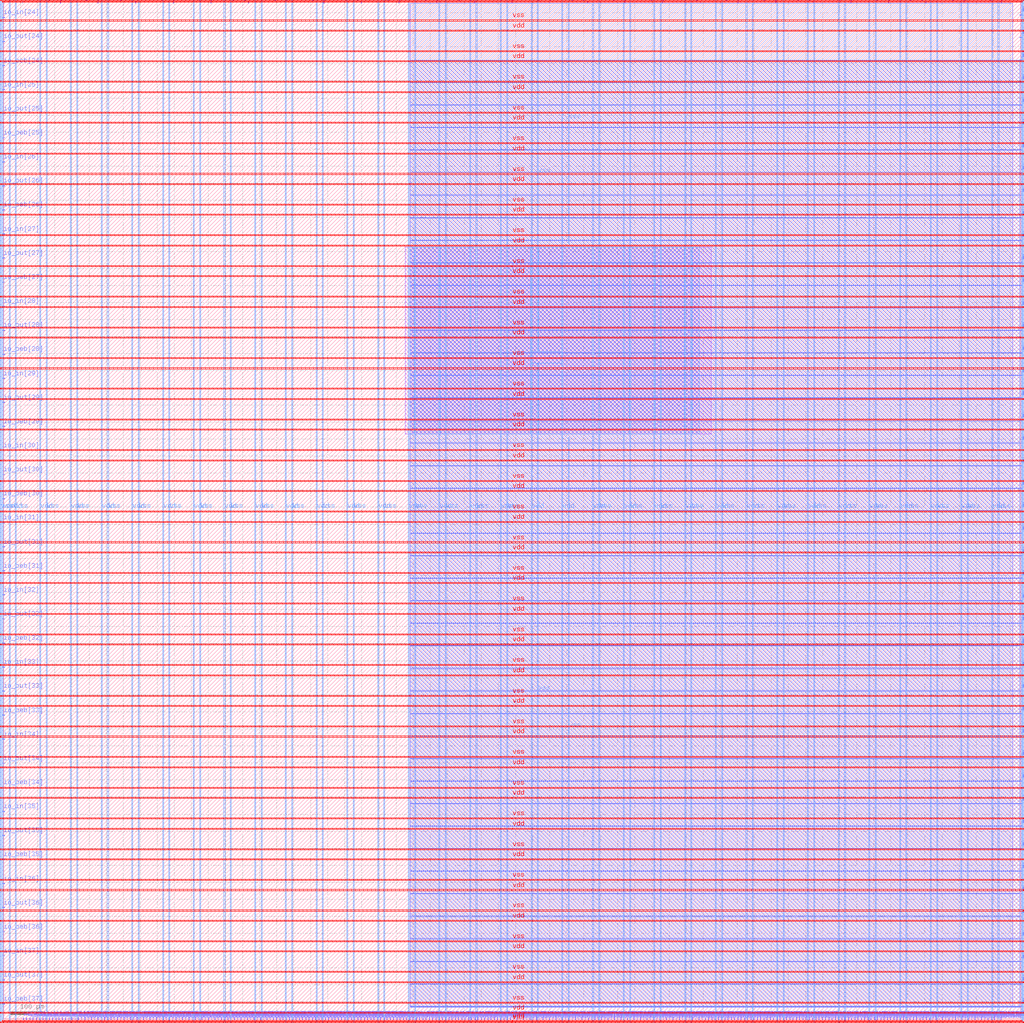
<source format=lef>
VERSION 5.7 ;
  NOWIREEXTENSIONATPIN ON ;
  DIVIDERCHAR "/" ;
  BUSBITCHARS "[]" ;
MACRO adder_wrapper
  CLASS BLOCK ;
  FOREIGN adder_wrapper ;
  ORIGIN 0.000 0.000 ;
  SIZE 2980.200 BY 2980.200 ;
  PIN io_in[0]
    DIRECTION INPUT ;
    USE SIGNAL ;
    PORT
      LAYER Metal3 ;
        RECT 2977.800 35.560 2985.000 36.680 ;
    END
  END io_in[0]
  PIN io_in[10]
    DIRECTION INPUT ;
    USE SIGNAL ;
    PORT
      LAYER Metal3 ;
        RECT 2977.800 2017.960 2985.000 2019.080 ;
    END
  END io_in[10]
  PIN io_in[11]
    DIRECTION INPUT ;
    USE SIGNAL ;
    PORT
      LAYER Metal3 ;
        RECT 2977.800 2216.200 2985.000 2217.320 ;
    END
  END io_in[11]
  PIN io_in[12]
    DIRECTION INPUT ;
    USE SIGNAL ;
    PORT
      LAYER Metal3 ;
        RECT 2977.800 2414.440 2985.000 2415.560 ;
    END
  END io_in[12]
  PIN io_in[13]
    DIRECTION INPUT ;
    USE SIGNAL ;
    PORT
      LAYER Metal3 ;
        RECT 2977.800 2612.680 2985.000 2613.800 ;
    END
  END io_in[13]
  PIN io_in[14]
    DIRECTION INPUT ;
    USE SIGNAL ;
    PORT
      LAYER Metal3 ;
        RECT 2977.800 2810.920 2985.000 2812.040 ;
    END
  END io_in[14]
  PIN io_in[15]
    DIRECTION INPUT ;
    USE SIGNAL ;
    PORT
      LAYER Metal2 ;
        RECT 2923.480 2977.800 2924.600 2985.000 ;
    END
  END io_in[15]
  PIN io_in[16]
    DIRECTION INPUT ;
    USE SIGNAL ;
    PORT
      LAYER Metal2 ;
        RECT 2592.520 2977.800 2593.640 2985.000 ;
    END
  END io_in[16]
  PIN io_in[17]
    DIRECTION INPUT ;
    USE SIGNAL ;
    PORT
      LAYER Metal2 ;
        RECT 2261.560 2977.800 2262.680 2985.000 ;
    END
  END io_in[17]
  PIN io_in[18]
    DIRECTION INPUT ;
    USE SIGNAL ;
    PORT
      LAYER Metal2 ;
        RECT 1930.600 2977.800 1931.720 2985.000 ;
    END
  END io_in[18]
  PIN io_in[19]
    DIRECTION INPUT ;
    USE SIGNAL ;
    PORT
      LAYER Metal2 ;
        RECT 1599.640 2977.800 1600.760 2985.000 ;
    END
  END io_in[19]
  PIN io_in[1]
    DIRECTION INPUT ;
    USE SIGNAL ;
    PORT
      LAYER Metal3 ;
        RECT 2977.800 233.800 2985.000 234.920 ;
    END
  END io_in[1]
  PIN io_in[20]
    DIRECTION INPUT ;
    USE SIGNAL ;
    PORT
      LAYER Metal2 ;
        RECT 1268.680 2977.800 1269.800 2985.000 ;
    END
  END io_in[20]
  PIN io_in[21]
    DIRECTION INPUT ;
    USE SIGNAL ;
    PORT
      LAYER Metal2 ;
        RECT 937.720 2977.800 938.840 2985.000 ;
    END
  END io_in[21]
  PIN io_in[22]
    DIRECTION INPUT ;
    USE SIGNAL ;
    PORT
      LAYER Metal2 ;
        RECT 606.760 2977.800 607.880 2985.000 ;
    END
  END io_in[22]
  PIN io_in[23]
    DIRECTION INPUT ;
    USE SIGNAL ;
    PORT
      LAYER Metal2 ;
        RECT 275.800 2977.800 276.920 2985.000 ;
    END
  END io_in[23]
  PIN io_in[24]
    DIRECTION INPUT ;
    USE SIGNAL ;
    PORT
      LAYER Metal3 ;
        RECT -4.800 2935.800 2.400 2936.920 ;
    END
  END io_in[24]
  PIN io_in[25]
    DIRECTION INPUT ;
    USE SIGNAL ;
    PORT
      LAYER Metal3 ;
        RECT -4.800 2724.120 2.400 2725.240 ;
    END
  END io_in[25]
  PIN io_in[26]
    DIRECTION INPUT ;
    USE SIGNAL ;
    PORT
      LAYER Metal3 ;
        RECT -4.800 2512.440 2.400 2513.560 ;
    END
  END io_in[26]
  PIN io_in[27]
    DIRECTION INPUT ;
    USE SIGNAL ;
    PORT
      LAYER Metal3 ;
        RECT -4.800 2300.760 2.400 2301.880 ;
    END
  END io_in[27]
  PIN io_in[28]
    DIRECTION INPUT ;
    USE SIGNAL ;
    PORT
      LAYER Metal3 ;
        RECT -4.800 2089.080 2.400 2090.200 ;
    END
  END io_in[28]
  PIN io_in[29]
    DIRECTION INPUT ;
    USE SIGNAL ;
    PORT
      LAYER Metal3 ;
        RECT -4.800 1877.400 2.400 1878.520 ;
    END
  END io_in[29]
  PIN io_in[2]
    DIRECTION INPUT ;
    USE SIGNAL ;
    PORT
      LAYER Metal3 ;
        RECT 2977.800 432.040 2985.000 433.160 ;
    END
  END io_in[2]
  PIN io_in[30]
    DIRECTION INPUT ;
    USE SIGNAL ;
    PORT
      LAYER Metal3 ;
        RECT -4.800 1665.720 2.400 1666.840 ;
    END
  END io_in[30]
  PIN io_in[31]
    DIRECTION INPUT ;
    USE SIGNAL ;
    PORT
      LAYER Metal3 ;
        RECT -4.800 1454.040 2.400 1455.160 ;
    END
  END io_in[31]
  PIN io_in[32]
    DIRECTION INPUT ;
    USE SIGNAL ;
    PORT
      LAYER Metal3 ;
        RECT -4.800 1242.360 2.400 1243.480 ;
    END
  END io_in[32]
  PIN io_in[33]
    DIRECTION INPUT ;
    USE SIGNAL ;
    PORT
      LAYER Metal3 ;
        RECT -4.800 1030.680 2.400 1031.800 ;
    END
  END io_in[33]
  PIN io_in[34]
    DIRECTION INPUT ;
    USE SIGNAL ;
    PORT
      LAYER Metal3 ;
        RECT -4.800 819.000 2.400 820.120 ;
    END
  END io_in[34]
  PIN io_in[35]
    DIRECTION INPUT ;
    USE SIGNAL ;
    PORT
      LAYER Metal3 ;
        RECT -4.800 607.320 2.400 608.440 ;
    END
  END io_in[35]
  PIN io_in[36]
    DIRECTION INPUT ;
    USE SIGNAL ;
    PORT
      LAYER Metal3 ;
        RECT -4.800 395.640 2.400 396.760 ;
    END
  END io_in[36]
  PIN io_in[37]
    DIRECTION INPUT ;
    USE SIGNAL ;
    PORT
      LAYER Metal3 ;
        RECT -4.800 183.960 2.400 185.080 ;
    END
  END io_in[37]
  PIN io_in[3]
    DIRECTION INPUT ;
    USE SIGNAL ;
    PORT
      LAYER Metal3 ;
        RECT 2977.800 630.280 2985.000 631.400 ;
    END
  END io_in[3]
  PIN io_in[4]
    DIRECTION INPUT ;
    USE SIGNAL ;
    PORT
      LAYER Metal3 ;
        RECT 2977.800 828.520 2985.000 829.640 ;
    END
  END io_in[4]
  PIN io_in[5]
    DIRECTION INPUT ;
    USE SIGNAL ;
    PORT
      LAYER Metal3 ;
        RECT 2977.800 1026.760 2985.000 1027.880 ;
    END
  END io_in[5]
  PIN io_in[6]
    DIRECTION INPUT ;
    USE SIGNAL ;
    PORT
      LAYER Metal3 ;
        RECT 2977.800 1225.000 2985.000 1226.120 ;
    END
  END io_in[6]
  PIN io_in[7]
    DIRECTION INPUT ;
    USE SIGNAL ;
    PORT
      LAYER Metal3 ;
        RECT 2977.800 1423.240 2985.000 1424.360 ;
    END
  END io_in[7]
  PIN io_in[8]
    DIRECTION INPUT ;
    USE SIGNAL ;
    PORT
      LAYER Metal3 ;
        RECT 2977.800 1621.480 2985.000 1622.600 ;
    END
  END io_in[8]
  PIN io_in[9]
    DIRECTION INPUT ;
    USE SIGNAL ;
    PORT
      LAYER Metal3 ;
        RECT 2977.800 1819.720 2985.000 1820.840 ;
    END
  END io_in[9]
  PIN io_oeb[0]
    DIRECTION OUTPUT TRISTATE ;
    USE SIGNAL ;
    PORT
      LAYER Metal3 ;
        RECT 2977.800 167.720 2985.000 168.840 ;
    END
  END io_oeb[0]
  PIN io_oeb[10]
    DIRECTION OUTPUT TRISTATE ;
    USE SIGNAL ;
    PORT
      LAYER Metal3 ;
        RECT 2977.800 2150.120 2985.000 2151.240 ;
    END
  END io_oeb[10]
  PIN io_oeb[11]
    DIRECTION OUTPUT TRISTATE ;
    USE SIGNAL ;
    PORT
      LAYER Metal3 ;
        RECT 2977.800 2348.360 2985.000 2349.480 ;
    END
  END io_oeb[11]
  PIN io_oeb[12]
    DIRECTION OUTPUT TRISTATE ;
    USE SIGNAL ;
    PORT
      LAYER Metal3 ;
        RECT 2977.800 2546.600 2985.000 2547.720 ;
    END
  END io_oeb[12]
  PIN io_oeb[13]
    DIRECTION OUTPUT TRISTATE ;
    USE SIGNAL ;
    PORT
      LAYER Metal3 ;
        RECT 2977.800 2744.840 2985.000 2745.960 ;
    END
  END io_oeb[13]
  PIN io_oeb[14]
    DIRECTION OUTPUT TRISTATE ;
    USE SIGNAL ;
    PORT
      LAYER Metal3 ;
        RECT 2977.800 2943.080 2985.000 2944.200 ;
    END
  END io_oeb[14]
  PIN io_oeb[15]
    DIRECTION OUTPUT TRISTATE ;
    USE SIGNAL ;
    PORT
      LAYER Metal2 ;
        RECT 2702.840 2977.800 2703.960 2985.000 ;
    END
  END io_oeb[15]
  PIN io_oeb[16]
    DIRECTION OUTPUT TRISTATE ;
    USE SIGNAL ;
    PORT
      LAYER Metal2 ;
        RECT 2371.880 2977.800 2373.000 2985.000 ;
    END
  END io_oeb[16]
  PIN io_oeb[17]
    DIRECTION OUTPUT TRISTATE ;
    USE SIGNAL ;
    PORT
      LAYER Metal2 ;
        RECT 2040.920 2977.800 2042.040 2985.000 ;
    END
  END io_oeb[17]
  PIN io_oeb[18]
    DIRECTION OUTPUT TRISTATE ;
    USE SIGNAL ;
    PORT
      LAYER Metal2 ;
        RECT 1709.960 2977.800 1711.080 2985.000 ;
    END
  END io_oeb[18]
  PIN io_oeb[19]
    DIRECTION OUTPUT TRISTATE ;
    USE SIGNAL ;
    PORT
      LAYER Metal2 ;
        RECT 1379.000 2977.800 1380.120 2985.000 ;
    END
  END io_oeb[19]
  PIN io_oeb[1]
    DIRECTION OUTPUT TRISTATE ;
    USE SIGNAL ;
    PORT
      LAYER Metal3 ;
        RECT 2977.800 365.960 2985.000 367.080 ;
    END
  END io_oeb[1]
  PIN io_oeb[20]
    DIRECTION OUTPUT TRISTATE ;
    USE SIGNAL ;
    PORT
      LAYER Metal2 ;
        RECT 1048.040 2977.800 1049.160 2985.000 ;
    END
  END io_oeb[20]
  PIN io_oeb[21]
    DIRECTION OUTPUT TRISTATE ;
    USE SIGNAL ;
    PORT
      LAYER Metal2 ;
        RECT 717.080 2977.800 718.200 2985.000 ;
    END
  END io_oeb[21]
  PIN io_oeb[22]
    DIRECTION OUTPUT TRISTATE ;
    USE SIGNAL ;
    PORT
      LAYER Metal2 ;
        RECT 386.120 2977.800 387.240 2985.000 ;
    END
  END io_oeb[22]
  PIN io_oeb[23]
    DIRECTION OUTPUT TRISTATE ;
    USE SIGNAL ;
    PORT
      LAYER Metal2 ;
        RECT 55.160 2977.800 56.280 2985.000 ;
    END
  END io_oeb[23]
  PIN io_oeb[24]
    DIRECTION OUTPUT TRISTATE ;
    USE SIGNAL ;
    PORT
      LAYER Metal3 ;
        RECT -4.800 2794.680 2.400 2795.800 ;
    END
  END io_oeb[24]
  PIN io_oeb[25]
    DIRECTION OUTPUT TRISTATE ;
    USE SIGNAL ;
    PORT
      LAYER Metal3 ;
        RECT -4.800 2583.000 2.400 2584.120 ;
    END
  END io_oeb[25]
  PIN io_oeb[26]
    DIRECTION OUTPUT TRISTATE ;
    USE SIGNAL ;
    PORT
      LAYER Metal3 ;
        RECT -4.800 2371.320 2.400 2372.440 ;
    END
  END io_oeb[26]
  PIN io_oeb[27]
    DIRECTION OUTPUT TRISTATE ;
    USE SIGNAL ;
    PORT
      LAYER Metal3 ;
        RECT -4.800 2159.640 2.400 2160.760 ;
    END
  END io_oeb[27]
  PIN io_oeb[28]
    DIRECTION OUTPUT TRISTATE ;
    USE SIGNAL ;
    PORT
      LAYER Metal3 ;
        RECT -4.800 1947.960 2.400 1949.080 ;
    END
  END io_oeb[28]
  PIN io_oeb[29]
    DIRECTION OUTPUT TRISTATE ;
    USE SIGNAL ;
    PORT
      LAYER Metal3 ;
        RECT -4.800 1736.280 2.400 1737.400 ;
    END
  END io_oeb[29]
  PIN io_oeb[2]
    DIRECTION OUTPUT TRISTATE ;
    USE SIGNAL ;
    PORT
      LAYER Metal3 ;
        RECT 2977.800 564.200 2985.000 565.320 ;
    END
  END io_oeb[2]
  PIN io_oeb[30]
    DIRECTION OUTPUT TRISTATE ;
    USE SIGNAL ;
    PORT
      LAYER Metal3 ;
        RECT -4.800 1524.600 2.400 1525.720 ;
    END
  END io_oeb[30]
  PIN io_oeb[31]
    DIRECTION OUTPUT TRISTATE ;
    USE SIGNAL ;
    PORT
      LAYER Metal3 ;
        RECT -4.800 1312.920 2.400 1314.040 ;
    END
  END io_oeb[31]
  PIN io_oeb[32]
    DIRECTION OUTPUT TRISTATE ;
    USE SIGNAL ;
    PORT
      LAYER Metal3 ;
        RECT -4.800 1101.240 2.400 1102.360 ;
    END
  END io_oeb[32]
  PIN io_oeb[33]
    DIRECTION OUTPUT TRISTATE ;
    USE SIGNAL ;
    PORT
      LAYER Metal3 ;
        RECT -4.800 889.560 2.400 890.680 ;
    END
  END io_oeb[33]
  PIN io_oeb[34]
    DIRECTION OUTPUT TRISTATE ;
    USE SIGNAL ;
    PORT
      LAYER Metal3 ;
        RECT -4.800 677.880 2.400 679.000 ;
    END
  END io_oeb[34]
  PIN io_oeb[35]
    DIRECTION OUTPUT TRISTATE ;
    USE SIGNAL ;
    PORT
      LAYER Metal3 ;
        RECT -4.800 466.200 2.400 467.320 ;
    END
  END io_oeb[35]
  PIN io_oeb[36]
    DIRECTION OUTPUT TRISTATE ;
    USE SIGNAL ;
    PORT
      LAYER Metal3 ;
        RECT -4.800 254.520 2.400 255.640 ;
    END
  END io_oeb[36]
  PIN io_oeb[37]
    DIRECTION OUTPUT TRISTATE ;
    USE SIGNAL ;
    PORT
      LAYER Metal3 ;
        RECT -4.800 42.840 2.400 43.960 ;
    END
  END io_oeb[37]
  PIN io_oeb[3]
    DIRECTION OUTPUT TRISTATE ;
    USE SIGNAL ;
    PORT
      LAYER Metal3 ;
        RECT 2977.800 762.440 2985.000 763.560 ;
    END
  END io_oeb[3]
  PIN io_oeb[4]
    DIRECTION OUTPUT TRISTATE ;
    USE SIGNAL ;
    PORT
      LAYER Metal3 ;
        RECT 2977.800 960.680 2985.000 961.800 ;
    END
  END io_oeb[4]
  PIN io_oeb[5]
    DIRECTION OUTPUT TRISTATE ;
    USE SIGNAL ;
    PORT
      LAYER Metal3 ;
        RECT 2977.800 1158.920 2985.000 1160.040 ;
    END
  END io_oeb[5]
  PIN io_oeb[6]
    DIRECTION OUTPUT TRISTATE ;
    USE SIGNAL ;
    PORT
      LAYER Metal3 ;
        RECT 2977.800 1357.160 2985.000 1358.280 ;
    END
  END io_oeb[6]
  PIN io_oeb[7]
    DIRECTION OUTPUT TRISTATE ;
    USE SIGNAL ;
    PORT
      LAYER Metal3 ;
        RECT 2977.800 1555.400 2985.000 1556.520 ;
    END
  END io_oeb[7]
  PIN io_oeb[8]
    DIRECTION OUTPUT TRISTATE ;
    USE SIGNAL ;
    PORT
      LAYER Metal3 ;
        RECT 2977.800 1753.640 2985.000 1754.760 ;
    END
  END io_oeb[8]
  PIN io_oeb[9]
    DIRECTION OUTPUT TRISTATE ;
    USE SIGNAL ;
    PORT
      LAYER Metal3 ;
        RECT 2977.800 1951.880 2985.000 1953.000 ;
    END
  END io_oeb[9]
  PIN io_out[0]
    DIRECTION OUTPUT TRISTATE ;
    USE SIGNAL ;
    PORT
      LAYER Metal3 ;
        RECT 2977.800 101.640 2985.000 102.760 ;
    END
  END io_out[0]
  PIN io_out[10]
    DIRECTION OUTPUT TRISTATE ;
    USE SIGNAL ;
    PORT
      LAYER Metal3 ;
        RECT 2977.800 2084.040 2985.000 2085.160 ;
    END
  END io_out[10]
  PIN io_out[11]
    DIRECTION OUTPUT TRISTATE ;
    USE SIGNAL ;
    PORT
      LAYER Metal3 ;
        RECT 2977.800 2282.280 2985.000 2283.400 ;
    END
  END io_out[11]
  PIN io_out[12]
    DIRECTION OUTPUT TRISTATE ;
    USE SIGNAL ;
    PORT
      LAYER Metal3 ;
        RECT 2977.800 2480.520 2985.000 2481.640 ;
    END
  END io_out[12]
  PIN io_out[13]
    DIRECTION OUTPUT TRISTATE ;
    USE SIGNAL ;
    PORT
      LAYER Metal3 ;
        RECT 2977.800 2678.760 2985.000 2679.880 ;
    END
  END io_out[13]
  PIN io_out[14]
    DIRECTION OUTPUT TRISTATE ;
    USE SIGNAL ;
    PORT
      LAYER Metal3 ;
        RECT 2977.800 2877.000 2985.000 2878.120 ;
    END
  END io_out[14]
  PIN io_out[15]
    DIRECTION OUTPUT TRISTATE ;
    USE SIGNAL ;
    PORT
      LAYER Metal2 ;
        RECT 2813.160 2977.800 2814.280 2985.000 ;
    END
  END io_out[15]
  PIN io_out[16]
    DIRECTION OUTPUT TRISTATE ;
    USE SIGNAL ;
    PORT
      LAYER Metal2 ;
        RECT 2482.200 2977.800 2483.320 2985.000 ;
    END
  END io_out[16]
  PIN io_out[17]
    DIRECTION OUTPUT TRISTATE ;
    USE SIGNAL ;
    PORT
      LAYER Metal2 ;
        RECT 2151.240 2977.800 2152.360 2985.000 ;
    END
  END io_out[17]
  PIN io_out[18]
    DIRECTION OUTPUT TRISTATE ;
    USE SIGNAL ;
    PORT
      LAYER Metal2 ;
        RECT 1820.280 2977.800 1821.400 2985.000 ;
    END
  END io_out[18]
  PIN io_out[19]
    DIRECTION OUTPUT TRISTATE ;
    USE SIGNAL ;
    PORT
      LAYER Metal2 ;
        RECT 1489.320 2977.800 1490.440 2985.000 ;
    END
  END io_out[19]
  PIN io_out[1]
    DIRECTION OUTPUT TRISTATE ;
    USE SIGNAL ;
    PORT
      LAYER Metal3 ;
        RECT 2977.800 299.880 2985.000 301.000 ;
    END
  END io_out[1]
  PIN io_out[20]
    DIRECTION OUTPUT TRISTATE ;
    USE SIGNAL ;
    PORT
      LAYER Metal2 ;
        RECT 1158.360 2977.800 1159.480 2985.000 ;
    END
  END io_out[20]
  PIN io_out[21]
    DIRECTION OUTPUT TRISTATE ;
    USE SIGNAL ;
    PORT
      LAYER Metal2 ;
        RECT 827.400 2977.800 828.520 2985.000 ;
    END
  END io_out[21]
  PIN io_out[22]
    DIRECTION OUTPUT TRISTATE ;
    USE SIGNAL ;
    PORT
      LAYER Metal2 ;
        RECT 496.440 2977.800 497.560 2985.000 ;
    END
  END io_out[22]
  PIN io_out[23]
    DIRECTION OUTPUT TRISTATE ;
    USE SIGNAL ;
    PORT
      LAYER Metal2 ;
        RECT 165.480 2977.800 166.600 2985.000 ;
    END
  END io_out[23]
  PIN io_out[24]
    DIRECTION OUTPUT TRISTATE ;
    USE SIGNAL ;
    PORT
      LAYER Metal3 ;
        RECT -4.800 2865.240 2.400 2866.360 ;
    END
  END io_out[24]
  PIN io_out[25]
    DIRECTION OUTPUT TRISTATE ;
    USE SIGNAL ;
    PORT
      LAYER Metal3 ;
        RECT -4.800 2653.560 2.400 2654.680 ;
    END
  END io_out[25]
  PIN io_out[26]
    DIRECTION OUTPUT TRISTATE ;
    USE SIGNAL ;
    PORT
      LAYER Metal3 ;
        RECT -4.800 2441.880 2.400 2443.000 ;
    END
  END io_out[26]
  PIN io_out[27]
    DIRECTION OUTPUT TRISTATE ;
    USE SIGNAL ;
    PORT
      LAYER Metal3 ;
        RECT -4.800 2230.200 2.400 2231.320 ;
    END
  END io_out[27]
  PIN io_out[28]
    DIRECTION OUTPUT TRISTATE ;
    USE SIGNAL ;
    PORT
      LAYER Metal3 ;
        RECT -4.800 2018.520 2.400 2019.640 ;
    END
  END io_out[28]
  PIN io_out[29]
    DIRECTION OUTPUT TRISTATE ;
    USE SIGNAL ;
    PORT
      LAYER Metal3 ;
        RECT -4.800 1806.840 2.400 1807.960 ;
    END
  END io_out[29]
  PIN io_out[2]
    DIRECTION OUTPUT TRISTATE ;
    USE SIGNAL ;
    PORT
      LAYER Metal3 ;
        RECT 2977.800 498.120 2985.000 499.240 ;
    END
  END io_out[2]
  PIN io_out[30]
    DIRECTION OUTPUT TRISTATE ;
    USE SIGNAL ;
    PORT
      LAYER Metal3 ;
        RECT -4.800 1595.160 2.400 1596.280 ;
    END
  END io_out[30]
  PIN io_out[31]
    DIRECTION OUTPUT TRISTATE ;
    USE SIGNAL ;
    PORT
      LAYER Metal3 ;
        RECT -4.800 1383.480 2.400 1384.600 ;
    END
  END io_out[31]
  PIN io_out[32]
    DIRECTION OUTPUT TRISTATE ;
    USE SIGNAL ;
    PORT
      LAYER Metal3 ;
        RECT -4.800 1171.800 2.400 1172.920 ;
    END
  END io_out[32]
  PIN io_out[33]
    DIRECTION OUTPUT TRISTATE ;
    USE SIGNAL ;
    PORT
      LAYER Metal3 ;
        RECT -4.800 960.120 2.400 961.240 ;
    END
  END io_out[33]
  PIN io_out[34]
    DIRECTION OUTPUT TRISTATE ;
    USE SIGNAL ;
    PORT
      LAYER Metal3 ;
        RECT -4.800 748.440 2.400 749.560 ;
    END
  END io_out[34]
  PIN io_out[35]
    DIRECTION OUTPUT TRISTATE ;
    USE SIGNAL ;
    PORT
      LAYER Metal3 ;
        RECT -4.800 536.760 2.400 537.880 ;
    END
  END io_out[35]
  PIN io_out[36]
    DIRECTION OUTPUT TRISTATE ;
    USE SIGNAL ;
    PORT
      LAYER Metal3 ;
        RECT -4.800 325.080 2.400 326.200 ;
    END
  END io_out[36]
  PIN io_out[37]
    DIRECTION OUTPUT TRISTATE ;
    USE SIGNAL ;
    PORT
      LAYER Metal3 ;
        RECT -4.800 113.400 2.400 114.520 ;
    END
  END io_out[37]
  PIN io_out[3]
    DIRECTION OUTPUT TRISTATE ;
    USE SIGNAL ;
    PORT
      LAYER Metal3 ;
        RECT 2977.800 696.360 2985.000 697.480 ;
    END
  END io_out[3]
  PIN io_out[4]
    DIRECTION OUTPUT TRISTATE ;
    USE SIGNAL ;
    PORT
      LAYER Metal3 ;
        RECT 2977.800 894.600 2985.000 895.720 ;
    END
  END io_out[4]
  PIN io_out[5]
    DIRECTION OUTPUT TRISTATE ;
    USE SIGNAL ;
    PORT
      LAYER Metal3 ;
        RECT 2977.800 1092.840 2985.000 1093.960 ;
    END
  END io_out[5]
  PIN io_out[6]
    DIRECTION OUTPUT TRISTATE ;
    USE SIGNAL ;
    PORT
      LAYER Metal3 ;
        RECT 2977.800 1291.080 2985.000 1292.200 ;
    END
  END io_out[6]
  PIN io_out[7]
    DIRECTION OUTPUT TRISTATE ;
    USE SIGNAL ;
    PORT
      LAYER Metal3 ;
        RECT 2977.800 1489.320 2985.000 1490.440 ;
    END
  END io_out[7]
  PIN io_out[8]
    DIRECTION OUTPUT TRISTATE ;
    USE SIGNAL ;
    PORT
      LAYER Metal3 ;
        RECT 2977.800 1687.560 2985.000 1688.680 ;
    END
  END io_out[8]
  PIN io_out[9]
    DIRECTION OUTPUT TRISTATE ;
    USE SIGNAL ;
    PORT
      LAYER Metal3 ;
        RECT 2977.800 1885.800 2985.000 1886.920 ;
    END
  END io_out[9]
  PIN la_data_in[0]
    DIRECTION INPUT ;
    USE SIGNAL ;
    PORT
      LAYER Metal2 ;
        RECT 1065.960 -4.800 1067.080 2.400 ;
    END
  END la_data_in[0]
  PIN la_data_in[10]
    DIRECTION INPUT ;
    USE SIGNAL ;
    PORT
      LAYER Metal2 ;
        RECT 1351.560 -4.800 1352.680 2.400 ;
    END
  END la_data_in[10]
  PIN la_data_in[11]
    DIRECTION INPUT ;
    USE SIGNAL ;
    PORT
      LAYER Metal2 ;
        RECT 1380.120 -4.800 1381.240 2.400 ;
    END
  END la_data_in[11]
  PIN la_data_in[12]
    DIRECTION INPUT ;
    USE SIGNAL ;
    PORT
      LAYER Metal2 ;
        RECT 1408.680 -4.800 1409.800 2.400 ;
    END
  END la_data_in[12]
  PIN la_data_in[13]
    DIRECTION INPUT ;
    USE SIGNAL ;
    PORT
      LAYER Metal2 ;
        RECT 1437.240 -4.800 1438.360 2.400 ;
    END
  END la_data_in[13]
  PIN la_data_in[14]
    DIRECTION INPUT ;
    USE SIGNAL ;
    PORT
      LAYER Metal2 ;
        RECT 1465.800 -4.800 1466.920 2.400 ;
    END
  END la_data_in[14]
  PIN la_data_in[15]
    DIRECTION INPUT ;
    USE SIGNAL ;
    PORT
      LAYER Metal2 ;
        RECT 1494.360 -4.800 1495.480 2.400 ;
    END
  END la_data_in[15]
  PIN la_data_in[16]
    DIRECTION INPUT ;
    USE SIGNAL ;
    PORT
      LAYER Metal2 ;
        RECT 1522.920 -4.800 1524.040 2.400 ;
    END
  END la_data_in[16]
  PIN la_data_in[17]
    DIRECTION INPUT ;
    USE SIGNAL ;
    PORT
      LAYER Metal2 ;
        RECT 1551.480 -4.800 1552.600 2.400 ;
    END
  END la_data_in[17]
  PIN la_data_in[18]
    DIRECTION INPUT ;
    USE SIGNAL ;
    PORT
      LAYER Metal2 ;
        RECT 1580.040 -4.800 1581.160 2.400 ;
    END
  END la_data_in[18]
  PIN la_data_in[19]
    DIRECTION INPUT ;
    USE SIGNAL ;
    PORT
      LAYER Metal2 ;
        RECT 1608.600 -4.800 1609.720 2.400 ;
    END
  END la_data_in[19]
  PIN la_data_in[1]
    DIRECTION INPUT ;
    USE SIGNAL ;
    PORT
      LAYER Metal2 ;
        RECT 1094.520 -4.800 1095.640 2.400 ;
    END
  END la_data_in[1]
  PIN la_data_in[20]
    DIRECTION INPUT ;
    USE SIGNAL ;
    PORT
      LAYER Metal2 ;
        RECT 1637.160 -4.800 1638.280 2.400 ;
    END
  END la_data_in[20]
  PIN la_data_in[21]
    DIRECTION INPUT ;
    USE SIGNAL ;
    PORT
      LAYER Metal2 ;
        RECT 1665.720 -4.800 1666.840 2.400 ;
    END
  END la_data_in[21]
  PIN la_data_in[22]
    DIRECTION INPUT ;
    USE SIGNAL ;
    PORT
      LAYER Metal2 ;
        RECT 1694.280 -4.800 1695.400 2.400 ;
    END
  END la_data_in[22]
  PIN la_data_in[23]
    DIRECTION INPUT ;
    USE SIGNAL ;
    PORT
      LAYER Metal2 ;
        RECT 1722.840 -4.800 1723.960 2.400 ;
    END
  END la_data_in[23]
  PIN la_data_in[24]
    DIRECTION INPUT ;
    USE SIGNAL ;
    PORT
      LAYER Metal2 ;
        RECT 1751.400 -4.800 1752.520 2.400 ;
    END
  END la_data_in[24]
  PIN la_data_in[25]
    DIRECTION INPUT ;
    USE SIGNAL ;
    PORT
      LAYER Metal2 ;
        RECT 1779.960 -4.800 1781.080 2.400 ;
    END
  END la_data_in[25]
  PIN la_data_in[26]
    DIRECTION INPUT ;
    USE SIGNAL ;
    PORT
      LAYER Metal2 ;
        RECT 1808.520 -4.800 1809.640 2.400 ;
    END
  END la_data_in[26]
  PIN la_data_in[27]
    DIRECTION INPUT ;
    USE SIGNAL ;
    PORT
      LAYER Metal2 ;
        RECT 1837.080 -4.800 1838.200 2.400 ;
    END
  END la_data_in[27]
  PIN la_data_in[28]
    DIRECTION INPUT ;
    USE SIGNAL ;
    PORT
      LAYER Metal2 ;
        RECT 1865.640 -4.800 1866.760 2.400 ;
    END
  END la_data_in[28]
  PIN la_data_in[29]
    DIRECTION INPUT ;
    USE SIGNAL ;
    PORT
      LAYER Metal2 ;
        RECT 1894.200 -4.800 1895.320 2.400 ;
    END
  END la_data_in[29]
  PIN la_data_in[2]
    DIRECTION INPUT ;
    USE SIGNAL ;
    PORT
      LAYER Metal2 ;
        RECT 1123.080 -4.800 1124.200 2.400 ;
    END
  END la_data_in[2]
  PIN la_data_in[30]
    DIRECTION INPUT ;
    USE SIGNAL ;
    PORT
      LAYER Metal2 ;
        RECT 1922.760 -4.800 1923.880 2.400 ;
    END
  END la_data_in[30]
  PIN la_data_in[31]
    DIRECTION INPUT ;
    USE SIGNAL ;
    PORT
      LAYER Metal2 ;
        RECT 1951.320 -4.800 1952.440 2.400 ;
    END
  END la_data_in[31]
  PIN la_data_in[32]
    DIRECTION INPUT ;
    USE SIGNAL ;
    PORT
      LAYER Metal2 ;
        RECT 1979.880 -4.800 1981.000 2.400 ;
    END
  END la_data_in[32]
  PIN la_data_in[33]
    DIRECTION INPUT ;
    USE SIGNAL ;
    PORT
      LAYER Metal2 ;
        RECT 2008.440 -4.800 2009.560 2.400 ;
    END
  END la_data_in[33]
  PIN la_data_in[34]
    DIRECTION INPUT ;
    USE SIGNAL ;
    PORT
      LAYER Metal2 ;
        RECT 2037.000 -4.800 2038.120 2.400 ;
    END
  END la_data_in[34]
  PIN la_data_in[35]
    DIRECTION INPUT ;
    USE SIGNAL ;
    PORT
      LAYER Metal2 ;
        RECT 2065.560 -4.800 2066.680 2.400 ;
    END
  END la_data_in[35]
  PIN la_data_in[36]
    DIRECTION INPUT ;
    USE SIGNAL ;
    PORT
      LAYER Metal2 ;
        RECT 2094.120 -4.800 2095.240 2.400 ;
    END
  END la_data_in[36]
  PIN la_data_in[37]
    DIRECTION INPUT ;
    USE SIGNAL ;
    PORT
      LAYER Metal2 ;
        RECT 2122.680 -4.800 2123.800 2.400 ;
    END
  END la_data_in[37]
  PIN la_data_in[38]
    DIRECTION INPUT ;
    USE SIGNAL ;
    PORT
      LAYER Metal2 ;
        RECT 2151.240 -4.800 2152.360 2.400 ;
    END
  END la_data_in[38]
  PIN la_data_in[39]
    DIRECTION INPUT ;
    USE SIGNAL ;
    PORT
      LAYER Metal2 ;
        RECT 2179.800 -4.800 2180.920 2.400 ;
    END
  END la_data_in[39]
  PIN la_data_in[3]
    DIRECTION INPUT ;
    USE SIGNAL ;
    PORT
      LAYER Metal2 ;
        RECT 1151.640 -4.800 1152.760 2.400 ;
    END
  END la_data_in[3]
  PIN la_data_in[40]
    DIRECTION INPUT ;
    USE SIGNAL ;
    PORT
      LAYER Metal2 ;
        RECT 2208.360 -4.800 2209.480 2.400 ;
    END
  END la_data_in[40]
  PIN la_data_in[41]
    DIRECTION INPUT ;
    USE SIGNAL ;
    PORT
      LAYER Metal2 ;
        RECT 2236.920 -4.800 2238.040 2.400 ;
    END
  END la_data_in[41]
  PIN la_data_in[42]
    DIRECTION INPUT ;
    USE SIGNAL ;
    PORT
      LAYER Metal2 ;
        RECT 2265.480 -4.800 2266.600 2.400 ;
    END
  END la_data_in[42]
  PIN la_data_in[43]
    DIRECTION INPUT ;
    USE SIGNAL ;
    PORT
      LAYER Metal2 ;
        RECT 2294.040 -4.800 2295.160 2.400 ;
    END
  END la_data_in[43]
  PIN la_data_in[44]
    DIRECTION INPUT ;
    USE SIGNAL ;
    PORT
      LAYER Metal2 ;
        RECT 2322.600 -4.800 2323.720 2.400 ;
    END
  END la_data_in[44]
  PIN la_data_in[45]
    DIRECTION INPUT ;
    USE SIGNAL ;
    PORT
      LAYER Metal2 ;
        RECT 2351.160 -4.800 2352.280 2.400 ;
    END
  END la_data_in[45]
  PIN la_data_in[46]
    DIRECTION INPUT ;
    USE SIGNAL ;
    PORT
      LAYER Metal2 ;
        RECT 2379.720 -4.800 2380.840 2.400 ;
    END
  END la_data_in[46]
  PIN la_data_in[47]
    DIRECTION INPUT ;
    USE SIGNAL ;
    PORT
      LAYER Metal2 ;
        RECT 2408.280 -4.800 2409.400 2.400 ;
    END
  END la_data_in[47]
  PIN la_data_in[48]
    DIRECTION INPUT ;
    USE SIGNAL ;
    PORT
      LAYER Metal2 ;
        RECT 2436.840 -4.800 2437.960 2.400 ;
    END
  END la_data_in[48]
  PIN la_data_in[49]
    DIRECTION INPUT ;
    USE SIGNAL ;
    PORT
      LAYER Metal2 ;
        RECT 2465.400 -4.800 2466.520 2.400 ;
    END
  END la_data_in[49]
  PIN la_data_in[4]
    DIRECTION INPUT ;
    USE SIGNAL ;
    PORT
      LAYER Metal2 ;
        RECT 1180.200 -4.800 1181.320 2.400 ;
    END
  END la_data_in[4]
  PIN la_data_in[50]
    DIRECTION INPUT ;
    USE SIGNAL ;
    PORT
      LAYER Metal2 ;
        RECT 2493.960 -4.800 2495.080 2.400 ;
    END
  END la_data_in[50]
  PIN la_data_in[51]
    DIRECTION INPUT ;
    USE SIGNAL ;
    PORT
      LAYER Metal2 ;
        RECT 2522.520 -4.800 2523.640 2.400 ;
    END
  END la_data_in[51]
  PIN la_data_in[52]
    DIRECTION INPUT ;
    USE SIGNAL ;
    PORT
      LAYER Metal2 ;
        RECT 2551.080 -4.800 2552.200 2.400 ;
    END
  END la_data_in[52]
  PIN la_data_in[53]
    DIRECTION INPUT ;
    USE SIGNAL ;
    PORT
      LAYER Metal2 ;
        RECT 2579.640 -4.800 2580.760 2.400 ;
    END
  END la_data_in[53]
  PIN la_data_in[54]
    DIRECTION INPUT ;
    USE SIGNAL ;
    PORT
      LAYER Metal2 ;
        RECT 2608.200 -4.800 2609.320 2.400 ;
    END
  END la_data_in[54]
  PIN la_data_in[55]
    DIRECTION INPUT ;
    USE SIGNAL ;
    PORT
      LAYER Metal2 ;
        RECT 2636.760 -4.800 2637.880 2.400 ;
    END
  END la_data_in[55]
  PIN la_data_in[56]
    DIRECTION INPUT ;
    USE SIGNAL ;
    PORT
      LAYER Metal2 ;
        RECT 2665.320 -4.800 2666.440 2.400 ;
    END
  END la_data_in[56]
  PIN la_data_in[57]
    DIRECTION INPUT ;
    USE SIGNAL ;
    PORT
      LAYER Metal2 ;
        RECT 2693.880 -4.800 2695.000 2.400 ;
    END
  END la_data_in[57]
  PIN la_data_in[58]
    DIRECTION INPUT ;
    USE SIGNAL ;
    PORT
      LAYER Metal2 ;
        RECT 2722.440 -4.800 2723.560 2.400 ;
    END
  END la_data_in[58]
  PIN la_data_in[59]
    DIRECTION INPUT ;
    USE SIGNAL ;
    PORT
      LAYER Metal2 ;
        RECT 2751.000 -4.800 2752.120 2.400 ;
    END
  END la_data_in[59]
  PIN la_data_in[5]
    DIRECTION INPUT ;
    USE SIGNAL ;
    PORT
      LAYER Metal2 ;
        RECT 1208.760 -4.800 1209.880 2.400 ;
    END
  END la_data_in[5]
  PIN la_data_in[60]
    DIRECTION INPUT ;
    USE SIGNAL ;
    PORT
      LAYER Metal2 ;
        RECT 2779.560 -4.800 2780.680 2.400 ;
    END
  END la_data_in[60]
  PIN la_data_in[61]
    DIRECTION INPUT ;
    USE SIGNAL ;
    PORT
      LAYER Metal2 ;
        RECT 2808.120 -4.800 2809.240 2.400 ;
    END
  END la_data_in[61]
  PIN la_data_in[62]
    DIRECTION INPUT ;
    USE SIGNAL ;
    PORT
      LAYER Metal2 ;
        RECT 2836.680 -4.800 2837.800 2.400 ;
    END
  END la_data_in[62]
  PIN la_data_in[63]
    DIRECTION INPUT ;
    USE SIGNAL ;
    PORT
      LAYER Metal2 ;
        RECT 2865.240 -4.800 2866.360 2.400 ;
    END
  END la_data_in[63]
  PIN la_data_in[6]
    DIRECTION INPUT ;
    USE SIGNAL ;
    PORT
      LAYER Metal2 ;
        RECT 1237.320 -4.800 1238.440 2.400 ;
    END
  END la_data_in[6]
  PIN la_data_in[7]
    DIRECTION INPUT ;
    USE SIGNAL ;
    PORT
      LAYER Metal2 ;
        RECT 1265.880 -4.800 1267.000 2.400 ;
    END
  END la_data_in[7]
  PIN la_data_in[8]
    DIRECTION INPUT ;
    USE SIGNAL ;
    PORT
      LAYER Metal2 ;
        RECT 1294.440 -4.800 1295.560 2.400 ;
    END
  END la_data_in[8]
  PIN la_data_in[9]
    DIRECTION INPUT ;
    USE SIGNAL ;
    PORT
      LAYER Metal2 ;
        RECT 1323.000 -4.800 1324.120 2.400 ;
    END
  END la_data_in[9]
  PIN la_data_out[0]
    DIRECTION OUTPUT TRISTATE ;
    USE SIGNAL ;
    PORT
      LAYER Metal2 ;
        RECT 1075.480 -4.800 1076.600 2.400 ;
    END
  END la_data_out[0]
  PIN la_data_out[10]
    DIRECTION OUTPUT TRISTATE ;
    USE SIGNAL ;
    PORT
      LAYER Metal2 ;
        RECT 1361.080 -4.800 1362.200 2.400 ;
    END
  END la_data_out[10]
  PIN la_data_out[11]
    DIRECTION OUTPUT TRISTATE ;
    USE SIGNAL ;
    PORT
      LAYER Metal2 ;
        RECT 1389.640 -4.800 1390.760 2.400 ;
    END
  END la_data_out[11]
  PIN la_data_out[12]
    DIRECTION OUTPUT TRISTATE ;
    USE SIGNAL ;
    PORT
      LAYER Metal2 ;
        RECT 1418.200 -4.800 1419.320 2.400 ;
    END
  END la_data_out[12]
  PIN la_data_out[13]
    DIRECTION OUTPUT TRISTATE ;
    USE SIGNAL ;
    PORT
      LAYER Metal2 ;
        RECT 1446.760 -4.800 1447.880 2.400 ;
    END
  END la_data_out[13]
  PIN la_data_out[14]
    DIRECTION OUTPUT TRISTATE ;
    USE SIGNAL ;
    PORT
      LAYER Metal2 ;
        RECT 1475.320 -4.800 1476.440 2.400 ;
    END
  END la_data_out[14]
  PIN la_data_out[15]
    DIRECTION OUTPUT TRISTATE ;
    USE SIGNAL ;
    PORT
      LAYER Metal2 ;
        RECT 1503.880 -4.800 1505.000 2.400 ;
    END
  END la_data_out[15]
  PIN la_data_out[16]
    DIRECTION OUTPUT TRISTATE ;
    USE SIGNAL ;
    PORT
      LAYER Metal2 ;
        RECT 1532.440 -4.800 1533.560 2.400 ;
    END
  END la_data_out[16]
  PIN la_data_out[17]
    DIRECTION OUTPUT TRISTATE ;
    USE SIGNAL ;
    PORT
      LAYER Metal2 ;
        RECT 1561.000 -4.800 1562.120 2.400 ;
    END
  END la_data_out[17]
  PIN la_data_out[18]
    DIRECTION OUTPUT TRISTATE ;
    USE SIGNAL ;
    PORT
      LAYER Metal2 ;
        RECT 1589.560 -4.800 1590.680 2.400 ;
    END
  END la_data_out[18]
  PIN la_data_out[19]
    DIRECTION OUTPUT TRISTATE ;
    USE SIGNAL ;
    PORT
      LAYER Metal2 ;
        RECT 1618.120 -4.800 1619.240 2.400 ;
    END
  END la_data_out[19]
  PIN la_data_out[1]
    DIRECTION OUTPUT TRISTATE ;
    USE SIGNAL ;
    PORT
      LAYER Metal2 ;
        RECT 1104.040 -4.800 1105.160 2.400 ;
    END
  END la_data_out[1]
  PIN la_data_out[20]
    DIRECTION OUTPUT TRISTATE ;
    USE SIGNAL ;
    PORT
      LAYER Metal2 ;
        RECT 1646.680 -4.800 1647.800 2.400 ;
    END
  END la_data_out[20]
  PIN la_data_out[21]
    DIRECTION OUTPUT TRISTATE ;
    USE SIGNAL ;
    PORT
      LAYER Metal2 ;
        RECT 1675.240 -4.800 1676.360 2.400 ;
    END
  END la_data_out[21]
  PIN la_data_out[22]
    DIRECTION OUTPUT TRISTATE ;
    USE SIGNAL ;
    PORT
      LAYER Metal2 ;
        RECT 1703.800 -4.800 1704.920 2.400 ;
    END
  END la_data_out[22]
  PIN la_data_out[23]
    DIRECTION OUTPUT TRISTATE ;
    USE SIGNAL ;
    PORT
      LAYER Metal2 ;
        RECT 1732.360 -4.800 1733.480 2.400 ;
    END
  END la_data_out[23]
  PIN la_data_out[24]
    DIRECTION OUTPUT TRISTATE ;
    USE SIGNAL ;
    PORT
      LAYER Metal2 ;
        RECT 1760.920 -4.800 1762.040 2.400 ;
    END
  END la_data_out[24]
  PIN la_data_out[25]
    DIRECTION OUTPUT TRISTATE ;
    USE SIGNAL ;
    PORT
      LAYER Metal2 ;
        RECT 1789.480 -4.800 1790.600 2.400 ;
    END
  END la_data_out[25]
  PIN la_data_out[26]
    DIRECTION OUTPUT TRISTATE ;
    USE SIGNAL ;
    PORT
      LAYER Metal2 ;
        RECT 1818.040 -4.800 1819.160 2.400 ;
    END
  END la_data_out[26]
  PIN la_data_out[27]
    DIRECTION OUTPUT TRISTATE ;
    USE SIGNAL ;
    PORT
      LAYER Metal2 ;
        RECT 1846.600 -4.800 1847.720 2.400 ;
    END
  END la_data_out[27]
  PIN la_data_out[28]
    DIRECTION OUTPUT TRISTATE ;
    USE SIGNAL ;
    PORT
      LAYER Metal2 ;
        RECT 1875.160 -4.800 1876.280 2.400 ;
    END
  END la_data_out[28]
  PIN la_data_out[29]
    DIRECTION OUTPUT TRISTATE ;
    USE SIGNAL ;
    PORT
      LAYER Metal2 ;
        RECT 1903.720 -4.800 1904.840 2.400 ;
    END
  END la_data_out[29]
  PIN la_data_out[2]
    DIRECTION OUTPUT TRISTATE ;
    USE SIGNAL ;
    PORT
      LAYER Metal2 ;
        RECT 1132.600 -4.800 1133.720 2.400 ;
    END
  END la_data_out[2]
  PIN la_data_out[30]
    DIRECTION OUTPUT TRISTATE ;
    USE SIGNAL ;
    PORT
      LAYER Metal2 ;
        RECT 1932.280 -4.800 1933.400 2.400 ;
    END
  END la_data_out[30]
  PIN la_data_out[31]
    DIRECTION OUTPUT TRISTATE ;
    USE SIGNAL ;
    PORT
      LAYER Metal2 ;
        RECT 1960.840 -4.800 1961.960 2.400 ;
    END
  END la_data_out[31]
  PIN la_data_out[32]
    DIRECTION OUTPUT TRISTATE ;
    USE SIGNAL ;
    PORT
      LAYER Metal2 ;
        RECT 1989.400 -4.800 1990.520 2.400 ;
    END
  END la_data_out[32]
  PIN la_data_out[33]
    DIRECTION OUTPUT TRISTATE ;
    USE SIGNAL ;
    PORT
      LAYER Metal2 ;
        RECT 2017.960 -4.800 2019.080 2.400 ;
    END
  END la_data_out[33]
  PIN la_data_out[34]
    DIRECTION OUTPUT TRISTATE ;
    USE SIGNAL ;
    PORT
      LAYER Metal2 ;
        RECT 2046.520 -4.800 2047.640 2.400 ;
    END
  END la_data_out[34]
  PIN la_data_out[35]
    DIRECTION OUTPUT TRISTATE ;
    USE SIGNAL ;
    PORT
      LAYER Metal2 ;
        RECT 2075.080 -4.800 2076.200 2.400 ;
    END
  END la_data_out[35]
  PIN la_data_out[36]
    DIRECTION OUTPUT TRISTATE ;
    USE SIGNAL ;
    PORT
      LAYER Metal2 ;
        RECT 2103.640 -4.800 2104.760 2.400 ;
    END
  END la_data_out[36]
  PIN la_data_out[37]
    DIRECTION OUTPUT TRISTATE ;
    USE SIGNAL ;
    PORT
      LAYER Metal2 ;
        RECT 2132.200 -4.800 2133.320 2.400 ;
    END
  END la_data_out[37]
  PIN la_data_out[38]
    DIRECTION OUTPUT TRISTATE ;
    USE SIGNAL ;
    PORT
      LAYER Metal2 ;
        RECT 2160.760 -4.800 2161.880 2.400 ;
    END
  END la_data_out[38]
  PIN la_data_out[39]
    DIRECTION OUTPUT TRISTATE ;
    USE SIGNAL ;
    PORT
      LAYER Metal2 ;
        RECT 2189.320 -4.800 2190.440 2.400 ;
    END
  END la_data_out[39]
  PIN la_data_out[3]
    DIRECTION OUTPUT TRISTATE ;
    USE SIGNAL ;
    PORT
      LAYER Metal2 ;
        RECT 1161.160 -4.800 1162.280 2.400 ;
    END
  END la_data_out[3]
  PIN la_data_out[40]
    DIRECTION OUTPUT TRISTATE ;
    USE SIGNAL ;
    PORT
      LAYER Metal2 ;
        RECT 2217.880 -4.800 2219.000 2.400 ;
    END
  END la_data_out[40]
  PIN la_data_out[41]
    DIRECTION OUTPUT TRISTATE ;
    USE SIGNAL ;
    PORT
      LAYER Metal2 ;
        RECT 2246.440 -4.800 2247.560 2.400 ;
    END
  END la_data_out[41]
  PIN la_data_out[42]
    DIRECTION OUTPUT TRISTATE ;
    USE SIGNAL ;
    PORT
      LAYER Metal2 ;
        RECT 2275.000 -4.800 2276.120 2.400 ;
    END
  END la_data_out[42]
  PIN la_data_out[43]
    DIRECTION OUTPUT TRISTATE ;
    USE SIGNAL ;
    PORT
      LAYER Metal2 ;
        RECT 2303.560 -4.800 2304.680 2.400 ;
    END
  END la_data_out[43]
  PIN la_data_out[44]
    DIRECTION OUTPUT TRISTATE ;
    USE SIGNAL ;
    PORT
      LAYER Metal2 ;
        RECT 2332.120 -4.800 2333.240 2.400 ;
    END
  END la_data_out[44]
  PIN la_data_out[45]
    DIRECTION OUTPUT TRISTATE ;
    USE SIGNAL ;
    PORT
      LAYER Metal2 ;
        RECT 2360.680 -4.800 2361.800 2.400 ;
    END
  END la_data_out[45]
  PIN la_data_out[46]
    DIRECTION OUTPUT TRISTATE ;
    USE SIGNAL ;
    PORT
      LAYER Metal2 ;
        RECT 2389.240 -4.800 2390.360 2.400 ;
    END
  END la_data_out[46]
  PIN la_data_out[47]
    DIRECTION OUTPUT TRISTATE ;
    USE SIGNAL ;
    PORT
      LAYER Metal2 ;
        RECT 2417.800 -4.800 2418.920 2.400 ;
    END
  END la_data_out[47]
  PIN la_data_out[48]
    DIRECTION OUTPUT TRISTATE ;
    USE SIGNAL ;
    PORT
      LAYER Metal2 ;
        RECT 2446.360 -4.800 2447.480 2.400 ;
    END
  END la_data_out[48]
  PIN la_data_out[49]
    DIRECTION OUTPUT TRISTATE ;
    USE SIGNAL ;
    PORT
      LAYER Metal2 ;
        RECT 2474.920 -4.800 2476.040 2.400 ;
    END
  END la_data_out[49]
  PIN la_data_out[4]
    DIRECTION OUTPUT TRISTATE ;
    USE SIGNAL ;
    PORT
      LAYER Metal2 ;
        RECT 1189.720 -4.800 1190.840 2.400 ;
    END
  END la_data_out[4]
  PIN la_data_out[50]
    DIRECTION OUTPUT TRISTATE ;
    USE SIGNAL ;
    PORT
      LAYER Metal2 ;
        RECT 2503.480 -4.800 2504.600 2.400 ;
    END
  END la_data_out[50]
  PIN la_data_out[51]
    DIRECTION OUTPUT TRISTATE ;
    USE SIGNAL ;
    PORT
      LAYER Metal2 ;
        RECT 2532.040 -4.800 2533.160 2.400 ;
    END
  END la_data_out[51]
  PIN la_data_out[52]
    DIRECTION OUTPUT TRISTATE ;
    USE SIGNAL ;
    PORT
      LAYER Metal2 ;
        RECT 2560.600 -4.800 2561.720 2.400 ;
    END
  END la_data_out[52]
  PIN la_data_out[53]
    DIRECTION OUTPUT TRISTATE ;
    USE SIGNAL ;
    PORT
      LAYER Metal2 ;
        RECT 2589.160 -4.800 2590.280 2.400 ;
    END
  END la_data_out[53]
  PIN la_data_out[54]
    DIRECTION OUTPUT TRISTATE ;
    USE SIGNAL ;
    PORT
      LAYER Metal2 ;
        RECT 2617.720 -4.800 2618.840 2.400 ;
    END
  END la_data_out[54]
  PIN la_data_out[55]
    DIRECTION OUTPUT TRISTATE ;
    USE SIGNAL ;
    PORT
      LAYER Metal2 ;
        RECT 2646.280 -4.800 2647.400 2.400 ;
    END
  END la_data_out[55]
  PIN la_data_out[56]
    DIRECTION OUTPUT TRISTATE ;
    USE SIGNAL ;
    PORT
      LAYER Metal2 ;
        RECT 2674.840 -4.800 2675.960 2.400 ;
    END
  END la_data_out[56]
  PIN la_data_out[57]
    DIRECTION OUTPUT TRISTATE ;
    USE SIGNAL ;
    PORT
      LAYER Metal2 ;
        RECT 2703.400 -4.800 2704.520 2.400 ;
    END
  END la_data_out[57]
  PIN la_data_out[58]
    DIRECTION OUTPUT TRISTATE ;
    USE SIGNAL ;
    PORT
      LAYER Metal2 ;
        RECT 2731.960 -4.800 2733.080 2.400 ;
    END
  END la_data_out[58]
  PIN la_data_out[59]
    DIRECTION OUTPUT TRISTATE ;
    USE SIGNAL ;
    PORT
      LAYER Metal2 ;
        RECT 2760.520 -4.800 2761.640 2.400 ;
    END
  END la_data_out[59]
  PIN la_data_out[5]
    DIRECTION OUTPUT TRISTATE ;
    USE SIGNAL ;
    PORT
      LAYER Metal2 ;
        RECT 1218.280 -4.800 1219.400 2.400 ;
    END
  END la_data_out[5]
  PIN la_data_out[60]
    DIRECTION OUTPUT TRISTATE ;
    USE SIGNAL ;
    PORT
      LAYER Metal2 ;
        RECT 2789.080 -4.800 2790.200 2.400 ;
    END
  END la_data_out[60]
  PIN la_data_out[61]
    DIRECTION OUTPUT TRISTATE ;
    USE SIGNAL ;
    PORT
      LAYER Metal2 ;
        RECT 2817.640 -4.800 2818.760 2.400 ;
    END
  END la_data_out[61]
  PIN la_data_out[62]
    DIRECTION OUTPUT TRISTATE ;
    USE SIGNAL ;
    PORT
      LAYER Metal2 ;
        RECT 2846.200 -4.800 2847.320 2.400 ;
    END
  END la_data_out[62]
  PIN la_data_out[63]
    DIRECTION OUTPUT TRISTATE ;
    USE SIGNAL ;
    PORT
      LAYER Metal2 ;
        RECT 2874.760 -4.800 2875.880 2.400 ;
    END
  END la_data_out[63]
  PIN la_data_out[6]
    DIRECTION OUTPUT TRISTATE ;
    USE SIGNAL ;
    PORT
      LAYER Metal2 ;
        RECT 1246.840 -4.800 1247.960 2.400 ;
    END
  END la_data_out[6]
  PIN la_data_out[7]
    DIRECTION OUTPUT TRISTATE ;
    USE SIGNAL ;
    PORT
      LAYER Metal2 ;
        RECT 1275.400 -4.800 1276.520 2.400 ;
    END
  END la_data_out[7]
  PIN la_data_out[8]
    DIRECTION OUTPUT TRISTATE ;
    USE SIGNAL ;
    PORT
      LAYER Metal2 ;
        RECT 1303.960 -4.800 1305.080 2.400 ;
    END
  END la_data_out[8]
  PIN la_data_out[9]
    DIRECTION OUTPUT TRISTATE ;
    USE SIGNAL ;
    PORT
      LAYER Metal2 ;
        RECT 1332.520 -4.800 1333.640 2.400 ;
    END
  END la_data_out[9]
  PIN la_oenb[0]
    DIRECTION INPUT ;
    USE SIGNAL ;
    PORT
      LAYER Metal2 ;
        RECT 1085.000 -4.800 1086.120 2.400 ;
    END
  END la_oenb[0]
  PIN la_oenb[10]
    DIRECTION INPUT ;
    USE SIGNAL ;
    PORT
      LAYER Metal2 ;
        RECT 1370.600 -4.800 1371.720 2.400 ;
    END
  END la_oenb[10]
  PIN la_oenb[11]
    DIRECTION INPUT ;
    USE SIGNAL ;
    PORT
      LAYER Metal2 ;
        RECT 1399.160 -4.800 1400.280 2.400 ;
    END
  END la_oenb[11]
  PIN la_oenb[12]
    DIRECTION INPUT ;
    USE SIGNAL ;
    PORT
      LAYER Metal2 ;
        RECT 1427.720 -4.800 1428.840 2.400 ;
    END
  END la_oenb[12]
  PIN la_oenb[13]
    DIRECTION INPUT ;
    USE SIGNAL ;
    PORT
      LAYER Metal2 ;
        RECT 1456.280 -4.800 1457.400 2.400 ;
    END
  END la_oenb[13]
  PIN la_oenb[14]
    DIRECTION INPUT ;
    USE SIGNAL ;
    PORT
      LAYER Metal2 ;
        RECT 1484.840 -4.800 1485.960 2.400 ;
    END
  END la_oenb[14]
  PIN la_oenb[15]
    DIRECTION INPUT ;
    USE SIGNAL ;
    PORT
      LAYER Metal2 ;
        RECT 1513.400 -4.800 1514.520 2.400 ;
    END
  END la_oenb[15]
  PIN la_oenb[16]
    DIRECTION INPUT ;
    USE SIGNAL ;
    PORT
      LAYER Metal2 ;
        RECT 1541.960 -4.800 1543.080 2.400 ;
    END
  END la_oenb[16]
  PIN la_oenb[17]
    DIRECTION INPUT ;
    USE SIGNAL ;
    PORT
      LAYER Metal2 ;
        RECT 1570.520 -4.800 1571.640 2.400 ;
    END
  END la_oenb[17]
  PIN la_oenb[18]
    DIRECTION INPUT ;
    USE SIGNAL ;
    PORT
      LAYER Metal2 ;
        RECT 1599.080 -4.800 1600.200 2.400 ;
    END
  END la_oenb[18]
  PIN la_oenb[19]
    DIRECTION INPUT ;
    USE SIGNAL ;
    PORT
      LAYER Metal2 ;
        RECT 1627.640 -4.800 1628.760 2.400 ;
    END
  END la_oenb[19]
  PIN la_oenb[1]
    DIRECTION INPUT ;
    USE SIGNAL ;
    PORT
      LAYER Metal2 ;
        RECT 1113.560 -4.800 1114.680 2.400 ;
    END
  END la_oenb[1]
  PIN la_oenb[20]
    DIRECTION INPUT ;
    USE SIGNAL ;
    PORT
      LAYER Metal2 ;
        RECT 1656.200 -4.800 1657.320 2.400 ;
    END
  END la_oenb[20]
  PIN la_oenb[21]
    DIRECTION INPUT ;
    USE SIGNAL ;
    PORT
      LAYER Metal2 ;
        RECT 1684.760 -4.800 1685.880 2.400 ;
    END
  END la_oenb[21]
  PIN la_oenb[22]
    DIRECTION INPUT ;
    USE SIGNAL ;
    PORT
      LAYER Metal2 ;
        RECT 1713.320 -4.800 1714.440 2.400 ;
    END
  END la_oenb[22]
  PIN la_oenb[23]
    DIRECTION INPUT ;
    USE SIGNAL ;
    PORT
      LAYER Metal2 ;
        RECT 1741.880 -4.800 1743.000 2.400 ;
    END
  END la_oenb[23]
  PIN la_oenb[24]
    DIRECTION INPUT ;
    USE SIGNAL ;
    PORT
      LAYER Metal2 ;
        RECT 1770.440 -4.800 1771.560 2.400 ;
    END
  END la_oenb[24]
  PIN la_oenb[25]
    DIRECTION INPUT ;
    USE SIGNAL ;
    PORT
      LAYER Metal2 ;
        RECT 1799.000 -4.800 1800.120 2.400 ;
    END
  END la_oenb[25]
  PIN la_oenb[26]
    DIRECTION INPUT ;
    USE SIGNAL ;
    PORT
      LAYER Metal2 ;
        RECT 1827.560 -4.800 1828.680 2.400 ;
    END
  END la_oenb[26]
  PIN la_oenb[27]
    DIRECTION INPUT ;
    USE SIGNAL ;
    PORT
      LAYER Metal2 ;
        RECT 1856.120 -4.800 1857.240 2.400 ;
    END
  END la_oenb[27]
  PIN la_oenb[28]
    DIRECTION INPUT ;
    USE SIGNAL ;
    PORT
      LAYER Metal2 ;
        RECT 1884.680 -4.800 1885.800 2.400 ;
    END
  END la_oenb[28]
  PIN la_oenb[29]
    DIRECTION INPUT ;
    USE SIGNAL ;
    PORT
      LAYER Metal2 ;
        RECT 1913.240 -4.800 1914.360 2.400 ;
    END
  END la_oenb[29]
  PIN la_oenb[2]
    DIRECTION INPUT ;
    USE SIGNAL ;
    PORT
      LAYER Metal2 ;
        RECT 1142.120 -4.800 1143.240 2.400 ;
    END
  END la_oenb[2]
  PIN la_oenb[30]
    DIRECTION INPUT ;
    USE SIGNAL ;
    PORT
      LAYER Metal2 ;
        RECT 1941.800 -4.800 1942.920 2.400 ;
    END
  END la_oenb[30]
  PIN la_oenb[31]
    DIRECTION INPUT ;
    USE SIGNAL ;
    PORT
      LAYER Metal2 ;
        RECT 1970.360 -4.800 1971.480 2.400 ;
    END
  END la_oenb[31]
  PIN la_oenb[32]
    DIRECTION INPUT ;
    USE SIGNAL ;
    PORT
      LAYER Metal2 ;
        RECT 1998.920 -4.800 2000.040 2.400 ;
    END
  END la_oenb[32]
  PIN la_oenb[33]
    DIRECTION INPUT ;
    USE SIGNAL ;
    PORT
      LAYER Metal2 ;
        RECT 2027.480 -4.800 2028.600 2.400 ;
    END
  END la_oenb[33]
  PIN la_oenb[34]
    DIRECTION INPUT ;
    USE SIGNAL ;
    PORT
      LAYER Metal2 ;
        RECT 2056.040 -4.800 2057.160 2.400 ;
    END
  END la_oenb[34]
  PIN la_oenb[35]
    DIRECTION INPUT ;
    USE SIGNAL ;
    PORT
      LAYER Metal2 ;
        RECT 2084.600 -4.800 2085.720 2.400 ;
    END
  END la_oenb[35]
  PIN la_oenb[36]
    DIRECTION INPUT ;
    USE SIGNAL ;
    PORT
      LAYER Metal2 ;
        RECT 2113.160 -4.800 2114.280 2.400 ;
    END
  END la_oenb[36]
  PIN la_oenb[37]
    DIRECTION INPUT ;
    USE SIGNAL ;
    PORT
      LAYER Metal2 ;
        RECT 2141.720 -4.800 2142.840 2.400 ;
    END
  END la_oenb[37]
  PIN la_oenb[38]
    DIRECTION INPUT ;
    USE SIGNAL ;
    PORT
      LAYER Metal2 ;
        RECT 2170.280 -4.800 2171.400 2.400 ;
    END
  END la_oenb[38]
  PIN la_oenb[39]
    DIRECTION INPUT ;
    USE SIGNAL ;
    PORT
      LAYER Metal2 ;
        RECT 2198.840 -4.800 2199.960 2.400 ;
    END
  END la_oenb[39]
  PIN la_oenb[3]
    DIRECTION INPUT ;
    USE SIGNAL ;
    PORT
      LAYER Metal2 ;
        RECT 1170.680 -4.800 1171.800 2.400 ;
    END
  END la_oenb[3]
  PIN la_oenb[40]
    DIRECTION INPUT ;
    USE SIGNAL ;
    PORT
      LAYER Metal2 ;
        RECT 2227.400 -4.800 2228.520 2.400 ;
    END
  END la_oenb[40]
  PIN la_oenb[41]
    DIRECTION INPUT ;
    USE SIGNAL ;
    PORT
      LAYER Metal2 ;
        RECT 2255.960 -4.800 2257.080 2.400 ;
    END
  END la_oenb[41]
  PIN la_oenb[42]
    DIRECTION INPUT ;
    USE SIGNAL ;
    PORT
      LAYER Metal2 ;
        RECT 2284.520 -4.800 2285.640 2.400 ;
    END
  END la_oenb[42]
  PIN la_oenb[43]
    DIRECTION INPUT ;
    USE SIGNAL ;
    PORT
      LAYER Metal2 ;
        RECT 2313.080 -4.800 2314.200 2.400 ;
    END
  END la_oenb[43]
  PIN la_oenb[44]
    DIRECTION INPUT ;
    USE SIGNAL ;
    PORT
      LAYER Metal2 ;
        RECT 2341.640 -4.800 2342.760 2.400 ;
    END
  END la_oenb[44]
  PIN la_oenb[45]
    DIRECTION INPUT ;
    USE SIGNAL ;
    PORT
      LAYER Metal2 ;
        RECT 2370.200 -4.800 2371.320 2.400 ;
    END
  END la_oenb[45]
  PIN la_oenb[46]
    DIRECTION INPUT ;
    USE SIGNAL ;
    PORT
      LAYER Metal2 ;
        RECT 2398.760 -4.800 2399.880 2.400 ;
    END
  END la_oenb[46]
  PIN la_oenb[47]
    DIRECTION INPUT ;
    USE SIGNAL ;
    PORT
      LAYER Metal2 ;
        RECT 2427.320 -4.800 2428.440 2.400 ;
    END
  END la_oenb[47]
  PIN la_oenb[48]
    DIRECTION INPUT ;
    USE SIGNAL ;
    PORT
      LAYER Metal2 ;
        RECT 2455.880 -4.800 2457.000 2.400 ;
    END
  END la_oenb[48]
  PIN la_oenb[49]
    DIRECTION INPUT ;
    USE SIGNAL ;
    PORT
      LAYER Metal2 ;
        RECT 2484.440 -4.800 2485.560 2.400 ;
    END
  END la_oenb[49]
  PIN la_oenb[4]
    DIRECTION INPUT ;
    USE SIGNAL ;
    PORT
      LAYER Metal2 ;
        RECT 1199.240 -4.800 1200.360 2.400 ;
    END
  END la_oenb[4]
  PIN la_oenb[50]
    DIRECTION INPUT ;
    USE SIGNAL ;
    PORT
      LAYER Metal2 ;
        RECT 2513.000 -4.800 2514.120 2.400 ;
    END
  END la_oenb[50]
  PIN la_oenb[51]
    DIRECTION INPUT ;
    USE SIGNAL ;
    PORT
      LAYER Metal2 ;
        RECT 2541.560 -4.800 2542.680 2.400 ;
    END
  END la_oenb[51]
  PIN la_oenb[52]
    DIRECTION INPUT ;
    USE SIGNAL ;
    PORT
      LAYER Metal2 ;
        RECT 2570.120 -4.800 2571.240 2.400 ;
    END
  END la_oenb[52]
  PIN la_oenb[53]
    DIRECTION INPUT ;
    USE SIGNAL ;
    PORT
      LAYER Metal2 ;
        RECT 2598.680 -4.800 2599.800 2.400 ;
    END
  END la_oenb[53]
  PIN la_oenb[54]
    DIRECTION INPUT ;
    USE SIGNAL ;
    PORT
      LAYER Metal2 ;
        RECT 2627.240 -4.800 2628.360 2.400 ;
    END
  END la_oenb[54]
  PIN la_oenb[55]
    DIRECTION INPUT ;
    USE SIGNAL ;
    PORT
      LAYER Metal2 ;
        RECT 2655.800 -4.800 2656.920 2.400 ;
    END
  END la_oenb[55]
  PIN la_oenb[56]
    DIRECTION INPUT ;
    USE SIGNAL ;
    PORT
      LAYER Metal2 ;
        RECT 2684.360 -4.800 2685.480 2.400 ;
    END
  END la_oenb[56]
  PIN la_oenb[57]
    DIRECTION INPUT ;
    USE SIGNAL ;
    PORT
      LAYER Metal2 ;
        RECT 2712.920 -4.800 2714.040 2.400 ;
    END
  END la_oenb[57]
  PIN la_oenb[58]
    DIRECTION INPUT ;
    USE SIGNAL ;
    PORT
      LAYER Metal2 ;
        RECT 2741.480 -4.800 2742.600 2.400 ;
    END
  END la_oenb[58]
  PIN la_oenb[59]
    DIRECTION INPUT ;
    USE SIGNAL ;
    PORT
      LAYER Metal2 ;
        RECT 2770.040 -4.800 2771.160 2.400 ;
    END
  END la_oenb[59]
  PIN la_oenb[5]
    DIRECTION INPUT ;
    USE SIGNAL ;
    PORT
      LAYER Metal2 ;
        RECT 1227.800 -4.800 1228.920 2.400 ;
    END
  END la_oenb[5]
  PIN la_oenb[60]
    DIRECTION INPUT ;
    USE SIGNAL ;
    PORT
      LAYER Metal2 ;
        RECT 2798.600 -4.800 2799.720 2.400 ;
    END
  END la_oenb[60]
  PIN la_oenb[61]
    DIRECTION INPUT ;
    USE SIGNAL ;
    PORT
      LAYER Metal2 ;
        RECT 2827.160 -4.800 2828.280 2.400 ;
    END
  END la_oenb[61]
  PIN la_oenb[62]
    DIRECTION INPUT ;
    USE SIGNAL ;
    PORT
      LAYER Metal2 ;
        RECT 2855.720 -4.800 2856.840 2.400 ;
    END
  END la_oenb[62]
  PIN la_oenb[63]
    DIRECTION INPUT ;
    USE SIGNAL ;
    PORT
      LAYER Metal2 ;
        RECT 2884.280 -4.800 2885.400 2.400 ;
    END
  END la_oenb[63]
  PIN la_oenb[6]
    DIRECTION INPUT ;
    USE SIGNAL ;
    PORT
      LAYER Metal2 ;
        RECT 1256.360 -4.800 1257.480 2.400 ;
    END
  END la_oenb[6]
  PIN la_oenb[7]
    DIRECTION INPUT ;
    USE SIGNAL ;
    PORT
      LAYER Metal2 ;
        RECT 1284.920 -4.800 1286.040 2.400 ;
    END
  END la_oenb[7]
  PIN la_oenb[8]
    DIRECTION INPUT ;
    USE SIGNAL ;
    PORT
      LAYER Metal2 ;
        RECT 1313.480 -4.800 1314.600 2.400 ;
    END
  END la_oenb[8]
  PIN la_oenb[9]
    DIRECTION INPUT ;
    USE SIGNAL ;
    PORT
      LAYER Metal2 ;
        RECT 1342.040 -4.800 1343.160 2.400 ;
    END
  END la_oenb[9]
  PIN user_clock2
    DIRECTION INPUT ;
    USE SIGNAL ;
    PORT
      LAYER Metal2 ;
        RECT 2893.800 -4.800 2894.920 2.400 ;
    END
  END user_clock2
  PIN user_irq[0]
    DIRECTION OUTPUT TRISTATE ;
    USE SIGNAL ;
    PORT
      LAYER Metal2 ;
        RECT 2903.320 -4.800 2904.440 2.400 ;
    END
  END user_irq[0]
  PIN user_irq[1]
    DIRECTION OUTPUT TRISTATE ;
    USE SIGNAL ;
    PORT
      LAYER Metal2 ;
        RECT 2912.840 -4.800 2913.960 2.400 ;
    END
  END user_irq[1]
  PIN user_irq[2]
    DIRECTION OUTPUT TRISTATE ;
    USE SIGNAL ;
    PORT
      LAYER Metal2 ;
        RECT 2922.360 -4.800 2923.480 2.400 ;
    END
  END user_irq[2]
  PIN vdd
    DIRECTION INOUT ;
    USE POWER ;
    PORT
      LAYER Metal4 ;
        RECT -5.100 -6.800 -2.000 2983.400 ;
    END
    PORT
      LAYER Metal5 ;
        RECT -5.100 -6.800 2985.300 -3.700 ;
    END
    PORT
      LAYER Metal5 ;
        RECT -5.100 2980.300 2985.300 2983.400 ;
    END
    PORT
      LAYER Metal4 ;
        RECT 2982.200 -6.800 2985.300 2983.400 ;
    END
    PORT
      LAYER Metal4 ;
        RECT 15.450 -11.600 18.550 2988.200 ;
    END
    PORT
      LAYER Metal4 ;
        RECT 105.450 -11.600 108.550 2988.200 ;
    END
    PORT
      LAYER Metal4 ;
        RECT 195.450 -11.600 198.550 2988.200 ;
    END
    PORT
      LAYER Metal4 ;
        RECT 285.450 -11.600 288.550 2988.200 ;
    END
    PORT
      LAYER Metal4 ;
        RECT 375.450 -11.600 378.550 2988.200 ;
    END
    PORT
      LAYER Metal4 ;
        RECT 465.450 -11.600 468.550 2988.200 ;
    END
    PORT
      LAYER Metal4 ;
        RECT 555.450 -11.600 558.550 2988.200 ;
    END
    PORT
      LAYER Metal4 ;
        RECT 645.450 -11.600 648.550 2988.200 ;
    END
    PORT
      LAYER Metal4 ;
        RECT 735.450 -11.600 738.550 2988.200 ;
    END
    PORT
      LAYER Metal4 ;
        RECT 825.450 -11.600 828.550 2988.200 ;
    END
    PORT
      LAYER Metal4 ;
        RECT 915.450 -11.600 918.550 2988.200 ;
    END
    PORT
      LAYER Metal4 ;
        RECT 1005.450 -11.600 1008.550 2988.200 ;
    END
    PORT
      LAYER Metal4 ;
        RECT 1095.450 -11.600 1098.550 2988.200 ;
    END
    PORT
      LAYER Metal4 ;
        RECT 1185.450 -11.600 1188.550 2988.200 ;
    END
    PORT
      LAYER Metal4 ;
        RECT 1275.450 -11.600 1278.550 2988.200 ;
    END
    PORT
      LAYER Metal4 ;
        RECT 1365.450 -11.600 1368.550 2988.200 ;
    END
    PORT
      LAYER Metal4 ;
        RECT 1455.450 -11.600 1458.550 2988.200 ;
    END
    PORT
      LAYER Metal4 ;
        RECT 1545.450 -11.600 1548.550 2988.200 ;
    END
    PORT
      LAYER Metal4 ;
        RECT 1635.450 -11.600 1638.550 2988.200 ;
    END
    PORT
      LAYER Metal4 ;
        RECT 1725.450 -11.600 1728.550 2988.200 ;
    END
    PORT
      LAYER Metal4 ;
        RECT 1815.450 -11.600 1818.550 2988.200 ;
    END
    PORT
      LAYER Metal4 ;
        RECT 1905.450 -11.600 1908.550 2988.200 ;
    END
    PORT
      LAYER Metal4 ;
        RECT 1995.450 -11.600 1998.550 2988.200 ;
    END
    PORT
      LAYER Metal4 ;
        RECT 2085.450 -11.600 2088.550 2988.200 ;
    END
    PORT
      LAYER Metal4 ;
        RECT 2175.450 -11.600 2178.550 2988.200 ;
    END
    PORT
      LAYER Metal4 ;
        RECT 2265.450 -11.600 2268.550 2988.200 ;
    END
    PORT
      LAYER Metal4 ;
        RECT 2355.450 -11.600 2358.550 2988.200 ;
    END
    PORT
      LAYER Metal4 ;
        RECT 2445.450 -11.600 2448.550 2988.200 ;
    END
    PORT
      LAYER Metal4 ;
        RECT 2535.450 -11.600 2538.550 2988.200 ;
    END
    PORT
      LAYER Metal4 ;
        RECT 2625.450 -11.600 2628.550 2988.200 ;
    END
    PORT
      LAYER Metal4 ;
        RECT 2715.450 -11.600 2718.550 2988.200 ;
    END
    PORT
      LAYER Metal4 ;
        RECT 2805.450 -11.600 2808.550 2988.200 ;
    END
    PORT
      LAYER Metal4 ;
        RECT 2895.450 -11.600 2898.550 2988.200 ;
    END
    PORT
      LAYER Metal5 ;
        RECT -9.900 15.750 2990.100 18.850 ;
    END
    PORT
      LAYER Metal5 ;
        RECT -9.900 105.750 2990.100 108.850 ;
    END
    PORT
      LAYER Metal5 ;
        RECT -9.900 195.750 2990.100 198.850 ;
    END
    PORT
      LAYER Metal5 ;
        RECT -9.900 285.750 2990.100 288.850 ;
    END
    PORT
      LAYER Metal5 ;
        RECT -9.900 375.750 2990.100 378.850 ;
    END
    PORT
      LAYER Metal5 ;
        RECT -9.900 465.750 2990.100 468.850 ;
    END
    PORT
      LAYER Metal5 ;
        RECT -9.900 555.750 2990.100 558.850 ;
    END
    PORT
      LAYER Metal5 ;
        RECT -9.900 645.750 2990.100 648.850 ;
    END
    PORT
      LAYER Metal5 ;
        RECT -9.900 735.750 2990.100 738.850 ;
    END
    PORT
      LAYER Metal5 ;
        RECT -9.900 825.750 2990.100 828.850 ;
    END
    PORT
      LAYER Metal5 ;
        RECT -9.900 915.750 2990.100 918.850 ;
    END
    PORT
      LAYER Metal5 ;
        RECT -9.900 1005.750 2990.100 1008.850 ;
    END
    PORT
      LAYER Metal5 ;
        RECT -9.900 1095.750 2990.100 1098.850 ;
    END
    PORT
      LAYER Metal5 ;
        RECT -9.900 1185.750 2990.100 1188.850 ;
    END
    PORT
      LAYER Metal5 ;
        RECT -9.900 1275.750 2990.100 1278.850 ;
    END
    PORT
      LAYER Metal5 ;
        RECT -9.900 1365.750 2990.100 1368.850 ;
    END
    PORT
      LAYER Metal5 ;
        RECT -9.900 1455.750 2990.100 1458.850 ;
    END
    PORT
      LAYER Metal5 ;
        RECT -9.900 1545.750 2990.100 1548.850 ;
    END
    PORT
      LAYER Metal5 ;
        RECT -9.900 1635.750 2990.100 1638.850 ;
    END
    PORT
      LAYER Metal5 ;
        RECT -9.900 1725.750 2990.100 1728.850 ;
    END
    PORT
      LAYER Metal5 ;
        RECT -9.900 1815.750 2990.100 1818.850 ;
    END
    PORT
      LAYER Metal5 ;
        RECT -9.900 1905.750 2990.100 1908.850 ;
    END
    PORT
      LAYER Metal5 ;
        RECT -9.900 1995.750 2990.100 1998.850 ;
    END
    PORT
      LAYER Metal5 ;
        RECT -9.900 2085.750 2990.100 2088.850 ;
    END
    PORT
      LAYER Metal5 ;
        RECT -9.900 2175.750 2990.100 2178.850 ;
    END
    PORT
      LAYER Metal5 ;
        RECT -9.900 2265.750 2990.100 2268.850 ;
    END
    PORT
      LAYER Metal5 ;
        RECT -9.900 2355.750 2990.100 2358.850 ;
    END
    PORT
      LAYER Metal5 ;
        RECT -9.900 2445.750 2990.100 2448.850 ;
    END
    PORT
      LAYER Metal5 ;
        RECT -9.900 2535.750 2990.100 2538.850 ;
    END
    PORT
      LAYER Metal5 ;
        RECT -9.900 2625.750 2990.100 2628.850 ;
    END
    PORT
      LAYER Metal5 ;
        RECT -9.900 2715.750 2990.100 2718.850 ;
    END
    PORT
      LAYER Metal5 ;
        RECT -9.900 2805.750 2990.100 2808.850 ;
    END
    PORT
      LAYER Metal5 ;
        RECT -9.900 2895.750 2990.100 2898.850 ;
    END
  END vdd
  PIN vss
    DIRECTION INOUT ;
    USE GROUND ;
    PORT
      LAYER Metal4 ;
        RECT -9.900 -11.600 -6.800 2988.200 ;
    END
    PORT
      LAYER Metal5 ;
        RECT -9.900 -11.600 2990.100 -8.500 ;
    END
    PORT
      LAYER Metal5 ;
        RECT -9.900 2985.100 2990.100 2988.200 ;
    END
    PORT
      LAYER Metal4 ;
        RECT 2987.000 -11.600 2990.100 2988.200 ;
    END
    PORT
      LAYER Metal4 ;
        RECT 34.050 -11.600 37.150 2988.200 ;
    END
    PORT
      LAYER Metal4 ;
        RECT 124.050 -11.600 127.150 2988.200 ;
    END
    PORT
      LAYER Metal4 ;
        RECT 214.050 -11.600 217.150 2988.200 ;
    END
    PORT
      LAYER Metal4 ;
        RECT 304.050 -11.600 307.150 2988.200 ;
    END
    PORT
      LAYER Metal4 ;
        RECT 394.050 -11.600 397.150 2988.200 ;
    END
    PORT
      LAYER Metal4 ;
        RECT 484.050 -11.600 487.150 2988.200 ;
    END
    PORT
      LAYER Metal4 ;
        RECT 574.050 -11.600 577.150 2988.200 ;
    END
    PORT
      LAYER Metal4 ;
        RECT 664.050 -11.600 667.150 2988.200 ;
    END
    PORT
      LAYER Metal4 ;
        RECT 754.050 -11.600 757.150 2988.200 ;
    END
    PORT
      LAYER Metal4 ;
        RECT 844.050 -11.600 847.150 2988.200 ;
    END
    PORT
      LAYER Metal4 ;
        RECT 934.050 -11.600 937.150 2988.200 ;
    END
    PORT
      LAYER Metal4 ;
        RECT 1024.050 -11.600 1027.150 2988.200 ;
    END
    PORT
      LAYER Metal4 ;
        RECT 1114.050 -11.600 1117.150 2988.200 ;
    END
    PORT
      LAYER Metal4 ;
        RECT 1204.050 -11.600 1207.150 2988.200 ;
    END
    PORT
      LAYER Metal4 ;
        RECT 1294.050 -11.600 1297.150 2988.200 ;
    END
    PORT
      LAYER Metal4 ;
        RECT 1384.050 -11.600 1387.150 2988.200 ;
    END
    PORT
      LAYER Metal4 ;
        RECT 1474.050 -11.600 1477.150 2988.200 ;
    END
    PORT
      LAYER Metal4 ;
        RECT 1564.050 -11.600 1567.150 1921.730 ;
    END
    PORT
      LAYER Metal4 ;
        RECT 1564.050 1956.390 1567.150 2988.200 ;
    END
    PORT
      LAYER Metal4 ;
        RECT 1654.050 -11.600 1657.150 1704.020 ;
    END
    PORT
      LAYER Metal4 ;
        RECT 1654.050 2272.530 1657.150 2988.200 ;
    END
    PORT
      LAYER Metal4 ;
        RECT 1744.050 -11.600 1747.150 2988.200 ;
    END
    PORT
      LAYER Metal4 ;
        RECT 1834.050 -11.600 1837.150 2988.200 ;
    END
    PORT
      LAYER Metal4 ;
        RECT 1924.050 -11.600 1927.150 2988.200 ;
    END
    PORT
      LAYER Metal4 ;
        RECT 2014.050 -11.600 2017.150 2988.200 ;
    END
    PORT
      LAYER Metal4 ;
        RECT 2104.050 -11.600 2107.150 2988.200 ;
    END
    PORT
      LAYER Metal4 ;
        RECT 2194.050 -11.600 2197.150 2988.200 ;
    END
    PORT
      LAYER Metal4 ;
        RECT 2284.050 -11.600 2287.150 2988.200 ;
    END
    PORT
      LAYER Metal4 ;
        RECT 2374.050 -11.600 2377.150 2988.200 ;
    END
    PORT
      LAYER Metal4 ;
        RECT 2464.050 -11.600 2467.150 2988.200 ;
    END
    PORT
      LAYER Metal4 ;
        RECT 2554.050 -11.600 2557.150 2988.200 ;
    END
    PORT
      LAYER Metal4 ;
        RECT 2644.050 -11.600 2647.150 2988.200 ;
    END
    PORT
      LAYER Metal4 ;
        RECT 2734.050 -11.600 2737.150 2988.200 ;
    END
    PORT
      LAYER Metal4 ;
        RECT 2824.050 -11.600 2827.150 2988.200 ;
    END
    PORT
      LAYER Metal4 ;
        RECT 2914.050 -11.600 2917.150 2988.200 ;
    END
    PORT
      LAYER Metal5 ;
        RECT -9.900 45.750 2990.100 48.850 ;
    END
    PORT
      LAYER Metal5 ;
        RECT -9.900 135.750 2990.100 138.850 ;
    END
    PORT
      LAYER Metal5 ;
        RECT -9.900 225.750 2990.100 228.850 ;
    END
    PORT
      LAYER Metal5 ;
        RECT -9.900 315.750 2990.100 318.850 ;
    END
    PORT
      LAYER Metal5 ;
        RECT -9.900 405.750 2990.100 408.850 ;
    END
    PORT
      LAYER Metal5 ;
        RECT -9.900 495.750 2990.100 498.850 ;
    END
    PORT
      LAYER Metal5 ;
        RECT -9.900 585.750 2990.100 588.850 ;
    END
    PORT
      LAYER Metal5 ;
        RECT -9.900 675.750 2990.100 678.850 ;
    END
    PORT
      LAYER Metal5 ;
        RECT -9.900 765.750 2990.100 768.850 ;
    END
    PORT
      LAYER Metal5 ;
        RECT -9.900 855.750 2990.100 858.850 ;
    END
    PORT
      LAYER Metal5 ;
        RECT -9.900 945.750 2990.100 948.850 ;
    END
    PORT
      LAYER Metal5 ;
        RECT -9.900 1035.750 2990.100 1038.850 ;
    END
    PORT
      LAYER Metal5 ;
        RECT -9.900 1125.750 2990.100 1128.850 ;
    END
    PORT
      LAYER Metal5 ;
        RECT -9.900 1215.750 2990.100 1218.850 ;
    END
    PORT
      LAYER Metal5 ;
        RECT -9.900 1305.750 2990.100 1308.850 ;
    END
    PORT
      LAYER Metal5 ;
        RECT -9.900 1395.750 2990.100 1398.850 ;
    END
    PORT
      LAYER Metal5 ;
        RECT -9.900 1485.750 2990.100 1488.850 ;
    END
    PORT
      LAYER Metal5 ;
        RECT -9.900 1575.750 2990.100 1578.850 ;
    END
    PORT
      LAYER Metal5 ;
        RECT -9.900 1665.750 2990.100 1668.850 ;
    END
    PORT
      LAYER Metal5 ;
        RECT -9.900 1755.750 2990.100 1758.850 ;
    END
    PORT
      LAYER Metal5 ;
        RECT -9.900 1845.750 2990.100 1848.850 ;
    END
    PORT
      LAYER Metal5 ;
        RECT -9.900 1935.750 2990.100 1938.850 ;
    END
    PORT
      LAYER Metal5 ;
        RECT -9.900 2025.750 2990.100 2028.850 ;
    END
    PORT
      LAYER Metal5 ;
        RECT -9.900 2115.750 2990.100 2118.850 ;
    END
    PORT
      LAYER Metal5 ;
        RECT -9.900 2205.750 2990.100 2208.850 ;
    END
    PORT
      LAYER Metal5 ;
        RECT -9.900 2295.750 2990.100 2298.850 ;
    END
    PORT
      LAYER Metal5 ;
        RECT -9.900 2385.750 2990.100 2388.850 ;
    END
    PORT
      LAYER Metal5 ;
        RECT -9.900 2475.750 2990.100 2478.850 ;
    END
    PORT
      LAYER Metal5 ;
        RECT -9.900 2565.750 2990.100 2568.850 ;
    END
    PORT
      LAYER Metal5 ;
        RECT -9.900 2655.750 2990.100 2658.850 ;
    END
    PORT
      LAYER Metal5 ;
        RECT -9.900 2745.750 2990.100 2748.850 ;
    END
    PORT
      LAYER Metal5 ;
        RECT -9.900 2835.750 2990.100 2838.850 ;
    END
    PORT
      LAYER Metal5 ;
        RECT -9.900 2925.750 2990.100 2928.850 ;
    END
  END vss
  PIN wb_clk_i
    DIRECTION INPUT ;
    USE SIGNAL ;
    PORT
      LAYER Metal2 ;
        RECT 56.840 -4.800 57.960 2.400 ;
    END
  END wb_clk_i
  PIN wb_rst_i
    DIRECTION INPUT ;
    USE SIGNAL ;
    PORT
      LAYER Metal2 ;
        RECT 66.360 -4.800 67.480 2.400 ;
    END
  END wb_rst_i
  PIN wbs_ack_o
    DIRECTION OUTPUT TRISTATE ;
    USE SIGNAL ;
    PORT
      LAYER Metal2 ;
        RECT 75.880 -4.800 77.000 2.400 ;
    END
  END wbs_ack_o
  PIN wbs_adr_i[0]
    DIRECTION INPUT ;
    USE SIGNAL ;
    PORT
      LAYER Metal2 ;
        RECT 113.960 -4.800 115.080 2.400 ;
    END
  END wbs_adr_i[0]
  PIN wbs_adr_i[10]
    DIRECTION INPUT ;
    USE SIGNAL ;
    PORT
      LAYER Metal2 ;
        RECT 437.640 -4.800 438.760 2.400 ;
    END
  END wbs_adr_i[10]
  PIN wbs_adr_i[11]
    DIRECTION INPUT ;
    USE SIGNAL ;
    PORT
      LAYER Metal2 ;
        RECT 466.200 -4.800 467.320 2.400 ;
    END
  END wbs_adr_i[11]
  PIN wbs_adr_i[12]
    DIRECTION INPUT ;
    USE SIGNAL ;
    PORT
      LAYER Metal2 ;
        RECT 494.760 -4.800 495.880 2.400 ;
    END
  END wbs_adr_i[12]
  PIN wbs_adr_i[13]
    DIRECTION INPUT ;
    USE SIGNAL ;
    PORT
      LAYER Metal2 ;
        RECT 523.320 -4.800 524.440 2.400 ;
    END
  END wbs_adr_i[13]
  PIN wbs_adr_i[14]
    DIRECTION INPUT ;
    USE SIGNAL ;
    PORT
      LAYER Metal2 ;
        RECT 551.880 -4.800 553.000 2.400 ;
    END
  END wbs_adr_i[14]
  PIN wbs_adr_i[15]
    DIRECTION INPUT ;
    USE SIGNAL ;
    PORT
      LAYER Metal2 ;
        RECT 580.440 -4.800 581.560 2.400 ;
    END
  END wbs_adr_i[15]
  PIN wbs_adr_i[16]
    DIRECTION INPUT ;
    USE SIGNAL ;
    PORT
      LAYER Metal2 ;
        RECT 609.000 -4.800 610.120 2.400 ;
    END
  END wbs_adr_i[16]
  PIN wbs_adr_i[17]
    DIRECTION INPUT ;
    USE SIGNAL ;
    PORT
      LAYER Metal2 ;
        RECT 637.560 -4.800 638.680 2.400 ;
    END
  END wbs_adr_i[17]
  PIN wbs_adr_i[18]
    DIRECTION INPUT ;
    USE SIGNAL ;
    PORT
      LAYER Metal2 ;
        RECT 666.120 -4.800 667.240 2.400 ;
    END
  END wbs_adr_i[18]
  PIN wbs_adr_i[19]
    DIRECTION INPUT ;
    USE SIGNAL ;
    PORT
      LAYER Metal2 ;
        RECT 694.680 -4.800 695.800 2.400 ;
    END
  END wbs_adr_i[19]
  PIN wbs_adr_i[1]
    DIRECTION INPUT ;
    USE SIGNAL ;
    PORT
      LAYER Metal2 ;
        RECT 152.040 -4.800 153.160 2.400 ;
    END
  END wbs_adr_i[1]
  PIN wbs_adr_i[20]
    DIRECTION INPUT ;
    USE SIGNAL ;
    PORT
      LAYER Metal2 ;
        RECT 723.240 -4.800 724.360 2.400 ;
    END
  END wbs_adr_i[20]
  PIN wbs_adr_i[21]
    DIRECTION INPUT ;
    USE SIGNAL ;
    PORT
      LAYER Metal2 ;
        RECT 751.800 -4.800 752.920 2.400 ;
    END
  END wbs_adr_i[21]
  PIN wbs_adr_i[22]
    DIRECTION INPUT ;
    USE SIGNAL ;
    PORT
      LAYER Metal2 ;
        RECT 780.360 -4.800 781.480 2.400 ;
    END
  END wbs_adr_i[22]
  PIN wbs_adr_i[23]
    DIRECTION INPUT ;
    USE SIGNAL ;
    PORT
      LAYER Metal2 ;
        RECT 808.920 -4.800 810.040 2.400 ;
    END
  END wbs_adr_i[23]
  PIN wbs_adr_i[24]
    DIRECTION INPUT ;
    USE SIGNAL ;
    PORT
      LAYER Metal2 ;
        RECT 837.480 -4.800 838.600 2.400 ;
    END
  END wbs_adr_i[24]
  PIN wbs_adr_i[25]
    DIRECTION INPUT ;
    USE SIGNAL ;
    PORT
      LAYER Metal2 ;
        RECT 866.040 -4.800 867.160 2.400 ;
    END
  END wbs_adr_i[25]
  PIN wbs_adr_i[26]
    DIRECTION INPUT ;
    USE SIGNAL ;
    PORT
      LAYER Metal2 ;
        RECT 894.600 -4.800 895.720 2.400 ;
    END
  END wbs_adr_i[26]
  PIN wbs_adr_i[27]
    DIRECTION INPUT ;
    USE SIGNAL ;
    PORT
      LAYER Metal2 ;
        RECT 923.160 -4.800 924.280 2.400 ;
    END
  END wbs_adr_i[27]
  PIN wbs_adr_i[28]
    DIRECTION INPUT ;
    USE SIGNAL ;
    PORT
      LAYER Metal2 ;
        RECT 951.720 -4.800 952.840 2.400 ;
    END
  END wbs_adr_i[28]
  PIN wbs_adr_i[29]
    DIRECTION INPUT ;
    USE SIGNAL ;
    PORT
      LAYER Metal2 ;
        RECT 980.280 -4.800 981.400 2.400 ;
    END
  END wbs_adr_i[29]
  PIN wbs_adr_i[2]
    DIRECTION INPUT ;
    USE SIGNAL ;
    PORT
      LAYER Metal2 ;
        RECT 190.120 -4.800 191.240 2.400 ;
    END
  END wbs_adr_i[2]
  PIN wbs_adr_i[30]
    DIRECTION INPUT ;
    USE SIGNAL ;
    PORT
      LAYER Metal2 ;
        RECT 1008.840 -4.800 1009.960 2.400 ;
    END
  END wbs_adr_i[30]
  PIN wbs_adr_i[31]
    DIRECTION INPUT ;
    USE SIGNAL ;
    PORT
      LAYER Metal2 ;
        RECT 1037.400 -4.800 1038.520 2.400 ;
    END
  END wbs_adr_i[31]
  PIN wbs_adr_i[3]
    DIRECTION INPUT ;
    USE SIGNAL ;
    PORT
      LAYER Metal2 ;
        RECT 228.200 -4.800 229.320 2.400 ;
    END
  END wbs_adr_i[3]
  PIN wbs_adr_i[4]
    DIRECTION INPUT ;
    USE SIGNAL ;
    PORT
      LAYER Metal2 ;
        RECT 266.280 -4.800 267.400 2.400 ;
    END
  END wbs_adr_i[4]
  PIN wbs_adr_i[5]
    DIRECTION INPUT ;
    USE SIGNAL ;
    PORT
      LAYER Metal2 ;
        RECT 294.840 -4.800 295.960 2.400 ;
    END
  END wbs_adr_i[5]
  PIN wbs_adr_i[6]
    DIRECTION INPUT ;
    USE SIGNAL ;
    PORT
      LAYER Metal2 ;
        RECT 323.400 -4.800 324.520 2.400 ;
    END
  END wbs_adr_i[6]
  PIN wbs_adr_i[7]
    DIRECTION INPUT ;
    USE SIGNAL ;
    PORT
      LAYER Metal2 ;
        RECT 351.960 -4.800 353.080 2.400 ;
    END
  END wbs_adr_i[7]
  PIN wbs_adr_i[8]
    DIRECTION INPUT ;
    USE SIGNAL ;
    PORT
      LAYER Metal2 ;
        RECT 380.520 -4.800 381.640 2.400 ;
    END
  END wbs_adr_i[8]
  PIN wbs_adr_i[9]
    DIRECTION INPUT ;
    USE SIGNAL ;
    PORT
      LAYER Metal2 ;
        RECT 409.080 -4.800 410.200 2.400 ;
    END
  END wbs_adr_i[9]
  PIN wbs_cyc_i
    DIRECTION INPUT ;
    USE SIGNAL ;
    PORT
      LAYER Metal2 ;
        RECT 85.400 -4.800 86.520 2.400 ;
    END
  END wbs_cyc_i
  PIN wbs_dat_i[0]
    DIRECTION INPUT ;
    USE SIGNAL ;
    PORT
      LAYER Metal2 ;
        RECT 123.480 -4.800 124.600 2.400 ;
    END
  END wbs_dat_i[0]
  PIN wbs_dat_i[10]
    DIRECTION INPUT ;
    USE SIGNAL ;
    PORT
      LAYER Metal2 ;
        RECT 447.160 -4.800 448.280 2.400 ;
    END
  END wbs_dat_i[10]
  PIN wbs_dat_i[11]
    DIRECTION INPUT ;
    USE SIGNAL ;
    PORT
      LAYER Metal2 ;
        RECT 475.720 -4.800 476.840 2.400 ;
    END
  END wbs_dat_i[11]
  PIN wbs_dat_i[12]
    DIRECTION INPUT ;
    USE SIGNAL ;
    PORT
      LAYER Metal2 ;
        RECT 504.280 -4.800 505.400 2.400 ;
    END
  END wbs_dat_i[12]
  PIN wbs_dat_i[13]
    DIRECTION INPUT ;
    USE SIGNAL ;
    PORT
      LAYER Metal2 ;
        RECT 532.840 -4.800 533.960 2.400 ;
    END
  END wbs_dat_i[13]
  PIN wbs_dat_i[14]
    DIRECTION INPUT ;
    USE SIGNAL ;
    PORT
      LAYER Metal2 ;
        RECT 561.400 -4.800 562.520 2.400 ;
    END
  END wbs_dat_i[14]
  PIN wbs_dat_i[15]
    DIRECTION INPUT ;
    USE SIGNAL ;
    PORT
      LAYER Metal2 ;
        RECT 589.960 -4.800 591.080 2.400 ;
    END
  END wbs_dat_i[15]
  PIN wbs_dat_i[16]
    DIRECTION INPUT ;
    USE SIGNAL ;
    PORT
      LAYER Metal2 ;
        RECT 618.520 -4.800 619.640 2.400 ;
    END
  END wbs_dat_i[16]
  PIN wbs_dat_i[17]
    DIRECTION INPUT ;
    USE SIGNAL ;
    PORT
      LAYER Metal2 ;
        RECT 647.080 -4.800 648.200 2.400 ;
    END
  END wbs_dat_i[17]
  PIN wbs_dat_i[18]
    DIRECTION INPUT ;
    USE SIGNAL ;
    PORT
      LAYER Metal2 ;
        RECT 675.640 -4.800 676.760 2.400 ;
    END
  END wbs_dat_i[18]
  PIN wbs_dat_i[19]
    DIRECTION INPUT ;
    USE SIGNAL ;
    PORT
      LAYER Metal2 ;
        RECT 704.200 -4.800 705.320 2.400 ;
    END
  END wbs_dat_i[19]
  PIN wbs_dat_i[1]
    DIRECTION INPUT ;
    USE SIGNAL ;
    PORT
      LAYER Metal2 ;
        RECT 161.560 -4.800 162.680 2.400 ;
    END
  END wbs_dat_i[1]
  PIN wbs_dat_i[20]
    DIRECTION INPUT ;
    USE SIGNAL ;
    PORT
      LAYER Metal2 ;
        RECT 732.760 -4.800 733.880 2.400 ;
    END
  END wbs_dat_i[20]
  PIN wbs_dat_i[21]
    DIRECTION INPUT ;
    USE SIGNAL ;
    PORT
      LAYER Metal2 ;
        RECT 761.320 -4.800 762.440 2.400 ;
    END
  END wbs_dat_i[21]
  PIN wbs_dat_i[22]
    DIRECTION INPUT ;
    USE SIGNAL ;
    PORT
      LAYER Metal2 ;
        RECT 789.880 -4.800 791.000 2.400 ;
    END
  END wbs_dat_i[22]
  PIN wbs_dat_i[23]
    DIRECTION INPUT ;
    USE SIGNAL ;
    PORT
      LAYER Metal2 ;
        RECT 818.440 -4.800 819.560 2.400 ;
    END
  END wbs_dat_i[23]
  PIN wbs_dat_i[24]
    DIRECTION INPUT ;
    USE SIGNAL ;
    PORT
      LAYER Metal2 ;
        RECT 847.000 -4.800 848.120 2.400 ;
    END
  END wbs_dat_i[24]
  PIN wbs_dat_i[25]
    DIRECTION INPUT ;
    USE SIGNAL ;
    PORT
      LAYER Metal2 ;
        RECT 875.560 -4.800 876.680 2.400 ;
    END
  END wbs_dat_i[25]
  PIN wbs_dat_i[26]
    DIRECTION INPUT ;
    USE SIGNAL ;
    PORT
      LAYER Metal2 ;
        RECT 904.120 -4.800 905.240 2.400 ;
    END
  END wbs_dat_i[26]
  PIN wbs_dat_i[27]
    DIRECTION INPUT ;
    USE SIGNAL ;
    PORT
      LAYER Metal2 ;
        RECT 932.680 -4.800 933.800 2.400 ;
    END
  END wbs_dat_i[27]
  PIN wbs_dat_i[28]
    DIRECTION INPUT ;
    USE SIGNAL ;
    PORT
      LAYER Metal2 ;
        RECT 961.240 -4.800 962.360 2.400 ;
    END
  END wbs_dat_i[28]
  PIN wbs_dat_i[29]
    DIRECTION INPUT ;
    USE SIGNAL ;
    PORT
      LAYER Metal2 ;
        RECT 989.800 -4.800 990.920 2.400 ;
    END
  END wbs_dat_i[29]
  PIN wbs_dat_i[2]
    DIRECTION INPUT ;
    USE SIGNAL ;
    PORT
      LAYER Metal2 ;
        RECT 199.640 -4.800 200.760 2.400 ;
    END
  END wbs_dat_i[2]
  PIN wbs_dat_i[30]
    DIRECTION INPUT ;
    USE SIGNAL ;
    PORT
      LAYER Metal2 ;
        RECT 1018.360 -4.800 1019.480 2.400 ;
    END
  END wbs_dat_i[30]
  PIN wbs_dat_i[31]
    DIRECTION INPUT ;
    USE SIGNAL ;
    PORT
      LAYER Metal2 ;
        RECT 1046.920 -4.800 1048.040 2.400 ;
    END
  END wbs_dat_i[31]
  PIN wbs_dat_i[3]
    DIRECTION INPUT ;
    USE SIGNAL ;
    PORT
      LAYER Metal2 ;
        RECT 237.720 -4.800 238.840 2.400 ;
    END
  END wbs_dat_i[3]
  PIN wbs_dat_i[4]
    DIRECTION INPUT ;
    USE SIGNAL ;
    PORT
      LAYER Metal2 ;
        RECT 275.800 -4.800 276.920 2.400 ;
    END
  END wbs_dat_i[4]
  PIN wbs_dat_i[5]
    DIRECTION INPUT ;
    USE SIGNAL ;
    PORT
      LAYER Metal2 ;
        RECT 304.360 -4.800 305.480 2.400 ;
    END
  END wbs_dat_i[5]
  PIN wbs_dat_i[6]
    DIRECTION INPUT ;
    USE SIGNAL ;
    PORT
      LAYER Metal2 ;
        RECT 332.920 -4.800 334.040 2.400 ;
    END
  END wbs_dat_i[6]
  PIN wbs_dat_i[7]
    DIRECTION INPUT ;
    USE SIGNAL ;
    PORT
      LAYER Metal2 ;
        RECT 361.480 -4.800 362.600 2.400 ;
    END
  END wbs_dat_i[7]
  PIN wbs_dat_i[8]
    DIRECTION INPUT ;
    USE SIGNAL ;
    PORT
      LAYER Metal2 ;
        RECT 390.040 -4.800 391.160 2.400 ;
    END
  END wbs_dat_i[8]
  PIN wbs_dat_i[9]
    DIRECTION INPUT ;
    USE SIGNAL ;
    PORT
      LAYER Metal2 ;
        RECT 418.600 -4.800 419.720 2.400 ;
    END
  END wbs_dat_i[9]
  PIN wbs_dat_o[0]
    DIRECTION OUTPUT TRISTATE ;
    USE SIGNAL ;
    PORT
      LAYER Metal2 ;
        RECT 133.000 -4.800 134.120 2.400 ;
    END
  END wbs_dat_o[0]
  PIN wbs_dat_o[10]
    DIRECTION OUTPUT TRISTATE ;
    USE SIGNAL ;
    PORT
      LAYER Metal2 ;
        RECT 456.680 -4.800 457.800 2.400 ;
    END
  END wbs_dat_o[10]
  PIN wbs_dat_o[11]
    DIRECTION OUTPUT TRISTATE ;
    USE SIGNAL ;
    PORT
      LAYER Metal2 ;
        RECT 485.240 -4.800 486.360 2.400 ;
    END
  END wbs_dat_o[11]
  PIN wbs_dat_o[12]
    DIRECTION OUTPUT TRISTATE ;
    USE SIGNAL ;
    PORT
      LAYER Metal2 ;
        RECT 513.800 -4.800 514.920 2.400 ;
    END
  END wbs_dat_o[12]
  PIN wbs_dat_o[13]
    DIRECTION OUTPUT TRISTATE ;
    USE SIGNAL ;
    PORT
      LAYER Metal2 ;
        RECT 542.360 -4.800 543.480 2.400 ;
    END
  END wbs_dat_o[13]
  PIN wbs_dat_o[14]
    DIRECTION OUTPUT TRISTATE ;
    USE SIGNAL ;
    PORT
      LAYER Metal2 ;
        RECT 570.920 -4.800 572.040 2.400 ;
    END
  END wbs_dat_o[14]
  PIN wbs_dat_o[15]
    DIRECTION OUTPUT TRISTATE ;
    USE SIGNAL ;
    PORT
      LAYER Metal2 ;
        RECT 599.480 -4.800 600.600 2.400 ;
    END
  END wbs_dat_o[15]
  PIN wbs_dat_o[16]
    DIRECTION OUTPUT TRISTATE ;
    USE SIGNAL ;
    PORT
      LAYER Metal2 ;
        RECT 628.040 -4.800 629.160 2.400 ;
    END
  END wbs_dat_o[16]
  PIN wbs_dat_o[17]
    DIRECTION OUTPUT TRISTATE ;
    USE SIGNAL ;
    PORT
      LAYER Metal2 ;
        RECT 656.600 -4.800 657.720 2.400 ;
    END
  END wbs_dat_o[17]
  PIN wbs_dat_o[18]
    DIRECTION OUTPUT TRISTATE ;
    USE SIGNAL ;
    PORT
      LAYER Metal2 ;
        RECT 685.160 -4.800 686.280 2.400 ;
    END
  END wbs_dat_o[18]
  PIN wbs_dat_o[19]
    DIRECTION OUTPUT TRISTATE ;
    USE SIGNAL ;
    PORT
      LAYER Metal2 ;
        RECT 713.720 -4.800 714.840 2.400 ;
    END
  END wbs_dat_o[19]
  PIN wbs_dat_o[1]
    DIRECTION OUTPUT TRISTATE ;
    USE SIGNAL ;
    PORT
      LAYER Metal2 ;
        RECT 171.080 -4.800 172.200 2.400 ;
    END
  END wbs_dat_o[1]
  PIN wbs_dat_o[20]
    DIRECTION OUTPUT TRISTATE ;
    USE SIGNAL ;
    PORT
      LAYER Metal2 ;
        RECT 742.280 -4.800 743.400 2.400 ;
    END
  END wbs_dat_o[20]
  PIN wbs_dat_o[21]
    DIRECTION OUTPUT TRISTATE ;
    USE SIGNAL ;
    PORT
      LAYER Metal2 ;
        RECT 770.840 -4.800 771.960 2.400 ;
    END
  END wbs_dat_o[21]
  PIN wbs_dat_o[22]
    DIRECTION OUTPUT TRISTATE ;
    USE SIGNAL ;
    PORT
      LAYER Metal2 ;
        RECT 799.400 -4.800 800.520 2.400 ;
    END
  END wbs_dat_o[22]
  PIN wbs_dat_o[23]
    DIRECTION OUTPUT TRISTATE ;
    USE SIGNAL ;
    PORT
      LAYER Metal2 ;
        RECT 827.960 -4.800 829.080 2.400 ;
    END
  END wbs_dat_o[23]
  PIN wbs_dat_o[24]
    DIRECTION OUTPUT TRISTATE ;
    USE SIGNAL ;
    PORT
      LAYER Metal2 ;
        RECT 856.520 -4.800 857.640 2.400 ;
    END
  END wbs_dat_o[24]
  PIN wbs_dat_o[25]
    DIRECTION OUTPUT TRISTATE ;
    USE SIGNAL ;
    PORT
      LAYER Metal2 ;
        RECT 885.080 -4.800 886.200 2.400 ;
    END
  END wbs_dat_o[25]
  PIN wbs_dat_o[26]
    DIRECTION OUTPUT TRISTATE ;
    USE SIGNAL ;
    PORT
      LAYER Metal2 ;
        RECT 913.640 -4.800 914.760 2.400 ;
    END
  END wbs_dat_o[26]
  PIN wbs_dat_o[27]
    DIRECTION OUTPUT TRISTATE ;
    USE SIGNAL ;
    PORT
      LAYER Metal2 ;
        RECT 942.200 -4.800 943.320 2.400 ;
    END
  END wbs_dat_o[27]
  PIN wbs_dat_o[28]
    DIRECTION OUTPUT TRISTATE ;
    USE SIGNAL ;
    PORT
      LAYER Metal2 ;
        RECT 970.760 -4.800 971.880 2.400 ;
    END
  END wbs_dat_o[28]
  PIN wbs_dat_o[29]
    DIRECTION OUTPUT TRISTATE ;
    USE SIGNAL ;
    PORT
      LAYER Metal2 ;
        RECT 999.320 -4.800 1000.440 2.400 ;
    END
  END wbs_dat_o[29]
  PIN wbs_dat_o[2]
    DIRECTION OUTPUT TRISTATE ;
    USE SIGNAL ;
    PORT
      LAYER Metal2 ;
        RECT 209.160 -4.800 210.280 2.400 ;
    END
  END wbs_dat_o[2]
  PIN wbs_dat_o[30]
    DIRECTION OUTPUT TRISTATE ;
    USE SIGNAL ;
    PORT
      LAYER Metal2 ;
        RECT 1027.880 -4.800 1029.000 2.400 ;
    END
  END wbs_dat_o[30]
  PIN wbs_dat_o[31]
    DIRECTION OUTPUT TRISTATE ;
    USE SIGNAL ;
    PORT
      LAYER Metal2 ;
        RECT 1056.440 -4.800 1057.560 2.400 ;
    END
  END wbs_dat_o[31]
  PIN wbs_dat_o[3]
    DIRECTION OUTPUT TRISTATE ;
    USE SIGNAL ;
    PORT
      LAYER Metal2 ;
        RECT 247.240 -4.800 248.360 2.400 ;
    END
  END wbs_dat_o[3]
  PIN wbs_dat_o[4]
    DIRECTION OUTPUT TRISTATE ;
    USE SIGNAL ;
    PORT
      LAYER Metal2 ;
        RECT 285.320 -4.800 286.440 2.400 ;
    END
  END wbs_dat_o[4]
  PIN wbs_dat_o[5]
    DIRECTION OUTPUT TRISTATE ;
    USE SIGNAL ;
    PORT
      LAYER Metal2 ;
        RECT 313.880 -4.800 315.000 2.400 ;
    END
  END wbs_dat_o[5]
  PIN wbs_dat_o[6]
    DIRECTION OUTPUT TRISTATE ;
    USE SIGNAL ;
    PORT
      LAYER Metal2 ;
        RECT 342.440 -4.800 343.560 2.400 ;
    END
  END wbs_dat_o[6]
  PIN wbs_dat_o[7]
    DIRECTION OUTPUT TRISTATE ;
    USE SIGNAL ;
    PORT
      LAYER Metal2 ;
        RECT 371.000 -4.800 372.120 2.400 ;
    END
  END wbs_dat_o[7]
  PIN wbs_dat_o[8]
    DIRECTION OUTPUT TRISTATE ;
    USE SIGNAL ;
    PORT
      LAYER Metal2 ;
        RECT 399.560 -4.800 400.680 2.400 ;
    END
  END wbs_dat_o[8]
  PIN wbs_dat_o[9]
    DIRECTION OUTPUT TRISTATE ;
    USE SIGNAL ;
    PORT
      LAYER Metal2 ;
        RECT 428.120 -4.800 429.240 2.400 ;
    END
  END wbs_dat_o[9]
  PIN wbs_sel_i[0]
    DIRECTION INPUT ;
    USE SIGNAL ;
    PORT
      LAYER Metal2 ;
        RECT 142.520 -4.800 143.640 2.400 ;
    END
  END wbs_sel_i[0]
  PIN wbs_sel_i[1]
    DIRECTION INPUT ;
    USE SIGNAL ;
    PORT
      LAYER Metal2 ;
        RECT 180.600 -4.800 181.720 2.400 ;
    END
  END wbs_sel_i[1]
  PIN wbs_sel_i[2]
    DIRECTION INPUT ;
    USE SIGNAL ;
    PORT
      LAYER Metal2 ;
        RECT 218.680 -4.800 219.800 2.400 ;
    END
  END wbs_sel_i[2]
  PIN wbs_sel_i[3]
    DIRECTION INPUT ;
    USE SIGNAL ;
    PORT
      LAYER Metal2 ;
        RECT 256.760 -4.800 257.880 2.400 ;
    END
  END wbs_sel_i[3]
  PIN wbs_stb_i
    DIRECTION INPUT ;
    USE SIGNAL ;
    PORT
      LAYER Metal2 ;
        RECT 94.920 -4.800 96.040 2.400 ;
    END
  END wbs_stb_i
  PIN wbs_we_i
    DIRECTION INPUT ;
    USE SIGNAL ;
    PORT
      LAYER Metal2 ;
        RECT 104.440 -4.800 105.560 2.400 ;
    END
  END wbs_we_i
  OBS
      LAYER Metal1 ;
        RECT 1176.200 1714.300 2073.800 2262.250 ;
      LAYER Metal2 ;
        RECT 1191.860 2977.500 1268.380 2978.360 ;
        RECT 1270.100 2977.500 1378.700 2978.360 ;
        RECT 1380.420 2977.500 1489.020 2978.360 ;
        RECT 1490.740 2977.500 1599.340 2978.360 ;
        RECT 1601.060 2977.500 1709.660 2978.360 ;
        RECT 1711.380 2977.500 1819.980 2978.360 ;
        RECT 1821.700 2977.500 1930.300 2978.360 ;
        RECT 1932.020 2977.500 2040.620 2978.360 ;
        RECT 2042.340 2977.500 2150.940 2978.360 ;
        RECT 2152.660 2977.500 2261.260 2978.360 ;
        RECT 2262.980 2977.500 2371.580 2978.360 ;
        RECT 2373.300 2977.500 2481.900 2978.360 ;
        RECT 2483.620 2977.500 2592.220 2978.360 ;
        RECT 2593.940 2977.500 2702.540 2978.360 ;
        RECT 2704.260 2977.500 2812.860 2978.360 ;
        RECT 2814.580 2977.500 2923.180 2978.360 ;
        RECT 2924.900 2977.500 2956.660 2978.360 ;
        RECT 1191.860 33.690 2956.660 2977.500 ;
      LAYER Metal3 ;
        RECT 1191.810 2810.620 2977.500 2811.060 ;
        RECT 1191.810 2746.260 2978.500 2810.620 ;
        RECT 1191.810 2744.540 2977.500 2746.260 ;
        RECT 1191.810 2680.180 2978.500 2744.540 ;
        RECT 1191.810 2678.460 2977.500 2680.180 ;
        RECT 1191.810 2614.100 2978.500 2678.460 ;
        RECT 1191.810 2612.380 2977.500 2614.100 ;
        RECT 1191.810 2548.020 2978.500 2612.380 ;
        RECT 1191.810 2546.300 2977.500 2548.020 ;
        RECT 1191.810 2481.940 2978.500 2546.300 ;
        RECT 1191.810 2480.220 2977.500 2481.940 ;
        RECT 1191.810 2415.860 2978.500 2480.220 ;
        RECT 1191.810 2414.140 2977.500 2415.860 ;
        RECT 1191.810 2349.780 2978.500 2414.140 ;
        RECT 1191.810 2348.060 2977.500 2349.780 ;
        RECT 1191.810 2283.700 2978.500 2348.060 ;
        RECT 1191.810 2281.980 2977.500 2283.700 ;
        RECT 1191.810 2217.620 2978.500 2281.980 ;
        RECT 1191.810 2215.900 2977.500 2217.620 ;
        RECT 1191.810 2151.540 2978.500 2215.900 ;
        RECT 1191.810 2149.820 2977.500 2151.540 ;
        RECT 1191.810 2085.460 2978.500 2149.820 ;
        RECT 1191.810 2083.740 2977.500 2085.460 ;
        RECT 1191.810 2019.380 2978.500 2083.740 ;
        RECT 1191.810 2017.660 2977.500 2019.380 ;
        RECT 1191.810 1953.300 2978.500 2017.660 ;
        RECT 1191.810 1951.580 2977.500 1953.300 ;
        RECT 1191.810 1887.220 2978.500 1951.580 ;
        RECT 1191.810 1885.500 2977.500 1887.220 ;
        RECT 1191.810 1821.140 2978.500 1885.500 ;
        RECT 1191.810 1819.420 2977.500 1821.140 ;
        RECT 1191.810 1755.060 2978.500 1819.420 ;
        RECT 1191.810 1753.340 2977.500 1755.060 ;
        RECT 1191.810 1688.980 2978.500 1753.340 ;
        RECT 1191.810 1687.260 2977.500 1688.980 ;
        RECT 1191.810 1622.900 2978.500 1687.260 ;
        RECT 1191.810 1621.180 2977.500 1622.900 ;
        RECT 1191.810 1556.820 2978.500 1621.180 ;
        RECT 1191.810 1555.100 2977.500 1556.820 ;
        RECT 1191.810 1490.740 2978.500 1555.100 ;
        RECT 1191.810 1489.020 2977.500 1490.740 ;
        RECT 1191.810 1424.660 2978.500 1489.020 ;
        RECT 1191.810 1422.940 2977.500 1424.660 ;
        RECT 1191.810 1358.580 2978.500 1422.940 ;
        RECT 1191.810 1356.860 2977.500 1358.580 ;
        RECT 1191.810 1292.500 2978.500 1356.860 ;
        RECT 1191.810 1290.780 2977.500 1292.500 ;
        RECT 1191.810 1226.420 2978.500 1290.780 ;
        RECT 1191.810 1224.700 2977.500 1226.420 ;
        RECT 1191.810 1160.340 2978.500 1224.700 ;
        RECT 1191.810 1158.620 2977.500 1160.340 ;
        RECT 1191.810 1094.260 2978.500 1158.620 ;
        RECT 1191.810 1092.540 2977.500 1094.260 ;
        RECT 1191.810 1028.180 2978.500 1092.540 ;
        RECT 1191.810 1026.460 2977.500 1028.180 ;
        RECT 1191.810 962.100 2978.500 1026.460 ;
        RECT 1191.810 960.380 2977.500 962.100 ;
        RECT 1191.810 896.020 2978.500 960.380 ;
        RECT 1191.810 894.300 2977.500 896.020 ;
        RECT 1191.810 829.940 2978.500 894.300 ;
        RECT 1191.810 828.220 2977.500 829.940 ;
        RECT 1191.810 763.860 2978.500 828.220 ;
        RECT 1191.810 762.140 2977.500 763.860 ;
        RECT 1191.810 697.780 2978.500 762.140 ;
        RECT 1191.810 696.060 2977.500 697.780 ;
        RECT 1191.810 631.700 2978.500 696.060 ;
        RECT 1191.810 629.980 2977.500 631.700 ;
        RECT 1191.810 565.620 2978.500 629.980 ;
        RECT 1191.810 563.900 2977.500 565.620 ;
        RECT 1191.810 499.540 2978.500 563.900 ;
        RECT 1191.810 497.820 2977.500 499.540 ;
        RECT 1191.810 433.460 2978.500 497.820 ;
        RECT 1191.810 431.740 2977.500 433.460 ;
        RECT 1191.810 367.380 2978.500 431.740 ;
        RECT 1191.810 365.660 2977.500 367.380 ;
        RECT 1191.810 301.300 2978.500 365.660 ;
        RECT 1191.810 299.580 2977.500 301.300 ;
        RECT 1191.810 235.220 2978.500 299.580 ;
        RECT 1191.810 233.500 2977.500 235.220 ;
        RECT 1191.810 169.140 2978.500 233.500 ;
        RECT 1191.810 167.420 2977.500 169.140 ;
        RECT 1191.810 103.060 2978.500 167.420 ;
        RECT 1191.810 101.340 2977.500 103.060 ;
        RECT 1191.810 36.980 2978.500 101.340 ;
        RECT 1191.810 35.260 2977.500 36.980 ;
        RECT 1191.810 33.740 2978.500 35.260 ;
      LAYER Metal4 ;
        RECT 1191.720 1714.300 1203.750 2262.250 ;
        RECT 1207.450 1714.300 1275.150 2262.250 ;
        RECT 1278.850 1714.300 1293.750 2262.250 ;
        RECT 1297.450 1714.300 1365.150 2262.250 ;
        RECT 1368.850 1714.300 1383.750 2262.250 ;
        RECT 1387.450 1714.300 1455.150 2262.250 ;
        RECT 1458.850 1714.300 1473.750 2262.250 ;
        RECT 1477.450 1714.300 1545.150 2262.250 ;
        RECT 1548.850 1956.090 1563.750 2262.250 ;
        RECT 1567.450 1956.090 1635.150 2262.250 ;
        RECT 1548.850 1922.030 1635.150 1956.090 ;
        RECT 1548.850 1714.300 1563.750 1922.030 ;
        RECT 1567.450 1714.300 1635.150 1922.030 ;
        RECT 1638.850 1714.300 1725.150 2262.250 ;
        RECT 1728.850 1714.300 1743.750 2262.250 ;
        RECT 1747.450 1714.300 1815.150 2262.250 ;
        RECT 1818.850 1714.300 1833.750 2262.250 ;
        RECT 1837.450 1714.300 1905.150 2262.250 ;
        RECT 1908.850 1714.300 1923.750 2262.250 ;
        RECT 1927.450 1714.300 1995.150 2262.250 ;
        RECT 1998.850 1714.300 2013.750 2262.250 ;
        RECT 2017.450 1714.300 2038.120 2262.250 ;
  END
END adder_wrapper
END LIBRARY


</source>
